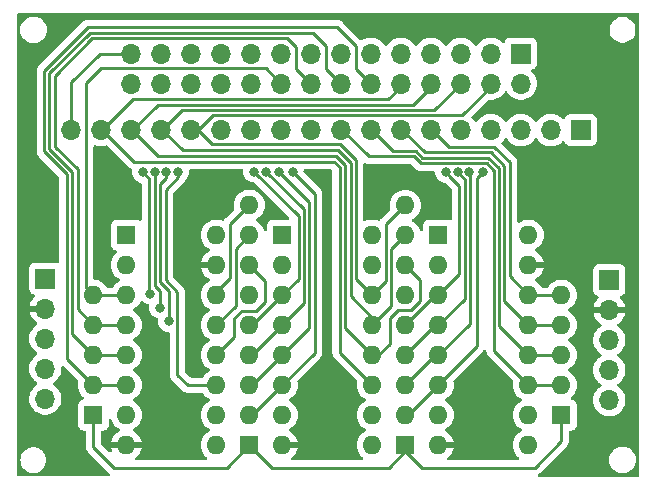
<source format=gbr>
%TF.GenerationSoftware,KiCad,Pcbnew,7.0.1*%
%TF.CreationDate,2023-05-21T17:17:07+09:00*%
%TF.ProjectId,joystick_74hc165_input,6a6f7973-7469-4636-9b5f-373468633136,4*%
%TF.SameCoordinates,Original*%
%TF.FileFunction,Copper,L2,Bot*%
%TF.FilePolarity,Positive*%
%FSLAX46Y46*%
G04 Gerber Fmt 4.6, Leading zero omitted, Abs format (unit mm)*
G04 Created by KiCad (PCBNEW 7.0.1) date 2023-05-21 17:17:07*
%MOMM*%
%LPD*%
G01*
G04 APERTURE LIST*
%TA.AperFunction,ComponentPad*%
%ADD10R,1.700000X1.700000*%
%TD*%
%TA.AperFunction,ComponentPad*%
%ADD11O,1.700000X1.700000*%
%TD*%
%TA.AperFunction,ComponentPad*%
%ADD12R,1.600000X1.600000*%
%TD*%
%TA.AperFunction,ComponentPad*%
%ADD13O,1.600000X1.600000*%
%TD*%
%TA.AperFunction,ViaPad*%
%ADD14C,0.800000*%
%TD*%
%TA.AperFunction,Conductor*%
%ADD15C,0.250000*%
%TD*%
G04 APERTURE END LIST*
D10*
%TO.P,J2,1,Pin_1*%
%TO.N,/C_SHORT*%
X172694600Y-88315800D03*
D11*
%TO.P,J2,2,Pin_2*%
X172694600Y-90855800D03*
%TO.P,J2,3,Pin_3*%
%TO.N,/C_P1_UP*%
X170154600Y-88315800D03*
%TO.P,J2,4,Pin_4*%
%TO.N,/C_P2_UP*%
X170154600Y-90855800D03*
%TO.P,J2,5,Pin_5*%
%TO.N,/C_P1_DOWN*%
X167614600Y-88315800D03*
%TO.P,J2,6,Pin_6*%
%TO.N,/C_P2_DOWN*%
X167614600Y-90855800D03*
%TO.P,J2,7,Pin_7*%
%TO.N,/C_P1_LEFT*%
X165074600Y-88315800D03*
%TO.P,J2,8,Pin_8*%
%TO.N,/C_P2_LEFT*%
X165074600Y-90855800D03*
%TO.P,J2,9,Pin_9*%
%TO.N,/C_P1_RIGHT*%
X162534600Y-88315800D03*
%TO.P,J2,10,Pin_10*%
%TO.N,/C_P2_RIGHT*%
X162534600Y-90855800D03*
%TO.P,J2,11,Pin_11*%
%TO.N,/C_P1_START*%
X159994600Y-88315800D03*
%TO.P,J2,12,Pin_12*%
%TO.N,/C_P2_START*%
X159994600Y-90855800D03*
%TO.P,J2,13,Pin_13*%
%TO.N,/C_P1_SELECT*%
X157454600Y-88315800D03*
%TO.P,J2,14,Pin_14*%
%TO.N,/C_P2_SELECT*%
X157454600Y-90855800D03*
%TO.P,J2,15,Pin_15*%
%TO.N,/C_P1_A*%
X154914600Y-88315800D03*
%TO.P,J2,16,Pin_16*%
%TO.N,/C_P2_A*%
X154914600Y-90855800D03*
%TO.P,J2,17,Pin_17*%
%TO.N,/C_P1_B*%
X152374600Y-88315800D03*
%TO.P,J2,18,Pin_18*%
%TO.N,/C_P2_B*%
X152374600Y-90855800D03*
%TO.P,J2,19,Pin_19*%
%TO.N,/C_P1_X*%
X149834600Y-88315800D03*
%TO.P,J2,20,Pin_20*%
%TO.N,/C_P2_X*%
X149834600Y-90855800D03*
%TO.P,J2,21,Pin_21*%
%TO.N,/C_P1_Y*%
X147294600Y-88315800D03*
%TO.P,J2,22,Pin_22*%
%TO.N,/C_P2_Y*%
X147294600Y-90855800D03*
%TO.P,J2,23,Pin_23*%
%TO.N,/C_P1_L*%
X144754600Y-88315800D03*
%TO.P,J2,24,Pin_24*%
%TO.N,/C_P2_L*%
X144754600Y-90855800D03*
%TO.P,J2,25,Pin_25*%
%TO.N,/C_P1_R*%
X142214600Y-88315800D03*
%TO.P,J2,26,Pin_26*%
%TO.N,/C_P2_R*%
X142214600Y-90855800D03*
%TO.P,J2,27,Pin_27*%
%TO.N,/C_SHORT*%
X139674600Y-88315800D03*
%TO.P,J2,28,Pin_28*%
X139674600Y-90855800D03*
%TD*%
D10*
%TO.P,IN1,1,Pin_1*%
%TO.N,VCC*%
X132435600Y-107365800D03*
D11*
%TO.P,IN1,2,Pin_2*%
%TO.N,GND*%
X132435600Y-109905800D03*
%TO.P,IN1,3,Pin_3*%
%TO.N,/LOAD*%
X132435600Y-112445800D03*
%TO.P,IN1,4,Pin_4*%
%TO.N,/CLK*%
X132435600Y-114985800D03*
%TO.P,IN1,5,Pin_5*%
%TO.N,/D_IN*%
X132435600Y-117525800D03*
%TD*%
D10*
%TO.P,J1,1,Pin_1*%
%TO.N,/C_SHORT*%
X177774600Y-94792800D03*
D11*
%TO.P,J1,2,Pin_2*%
%TO.N,/C_P1_UP*%
X175234600Y-94792800D03*
%TO.P,J1,3,Pin_3*%
%TO.N,/C_P1_DOWN*%
X172694600Y-94792800D03*
%TO.P,J1,4,Pin_4*%
%TO.N,/C_P1_LEFT*%
X170154600Y-94792800D03*
%TO.P,J1,5,Pin_5*%
%TO.N,/C_P1_RIGHT*%
X167614600Y-94792800D03*
%TO.P,J1,6,Pin_6*%
%TO.N,/C_P1_START*%
X165074600Y-94792800D03*
%TO.P,J1,7,Pin_7*%
%TO.N,/C_P1_SELECT*%
X162534600Y-94792800D03*
%TO.P,J1,8,Pin_8*%
%TO.N,/C_P1_A*%
X159994600Y-94792800D03*
%TO.P,J1,9,Pin_9*%
%TO.N,/C_P1_B*%
X157454600Y-94792800D03*
%TO.P,J1,10,Pin_10*%
%TO.N,/C_P1_X*%
X154914600Y-94792800D03*
%TO.P,J1,11,Pin_11*%
%TO.N,/C_P1_Y*%
X152374600Y-94792800D03*
%TO.P,J1,12,Pin_12*%
%TO.N,/C_P1_L*%
X149834600Y-94792800D03*
%TO.P,J1,13,Pin_13*%
%TO.N,/C_P1_R*%
X147294600Y-94792800D03*
%TO.P,J1,14,Pin_14*%
%TO.N,/C_P2_UP*%
X144754600Y-94792800D03*
%TO.P,J1,15,Pin_15*%
%TO.N,/C_P2_DOWN*%
X142214600Y-94792800D03*
%TO.P,J1,16,Pin_16*%
%TO.N,/C_P2_LEFT*%
X139674600Y-94792800D03*
%TO.P,J1,17,Pin_17*%
%TO.N,/C_P2_RIGHT*%
X137134600Y-94792800D03*
%TO.P,J1,18,Pin_18*%
%TO.N,/C_SHORT*%
X134594600Y-94792800D03*
%TD*%
D12*
%TO.P,74HC165_1,1,~{PL}*%
%TO.N,/LOAD*%
X165709600Y-103682800D03*
D13*
%TO.P,74HC165_1,2,CP*%
%TO.N,/CLK*%
X165709600Y-106222800D03*
%TO.P,74HC165_1,3,D4*%
%TO.N,/C_P1_RIGHT*%
X165709600Y-108762800D03*
%TO.P,74HC165_1,4,D5*%
%TO.N,/C_P1_LEFT*%
X165709600Y-111302800D03*
%TO.P,74HC165_1,5,D6*%
%TO.N,/C_P1_DOWN*%
X165709600Y-113842800D03*
%TO.P,74HC165_1,6,D7*%
%TO.N,/C_P1_UP*%
X165709600Y-116382800D03*
%TO.P,74HC165_1,7,~{Q7}*%
%TO.N,unconnected-(74HC165_1-Pad7)*%
X165709600Y-118922800D03*
%TO.P,74HC165_1,8,GND*%
%TO.N,GND*%
X165709600Y-121462800D03*
%TO.P,74HC165_1,9,Q7*%
%TO.N,/D_OUT*%
X173329600Y-121462800D03*
%TO.P,74HC165_1,10,DS*%
%TO.N,/D_OUT_2*%
X173329600Y-118922800D03*
%TO.P,74HC165_1,11,D0*%
%TO.N,/C_P1_B*%
X173329600Y-116382800D03*
%TO.P,74HC165_1,12,D1*%
%TO.N,/C_P1_A*%
X173329600Y-113842800D03*
%TO.P,74HC165_1,13,D2*%
%TO.N,/C_P1_SELECT*%
X173329600Y-111302800D03*
%TO.P,74HC165_1,14,D3*%
%TO.N,/C_P1_START*%
X173329600Y-108762800D03*
%TO.P,74HC165_1,15,~{CE}*%
%TO.N,GND*%
X173329600Y-106222800D03*
%TO.P,74HC165_1,16,VCC*%
%TO.N,VCC*%
X173329600Y-103682800D03*
%TD*%
D12*
%TO.P,74HC165_2,1,~{PL}*%
%TO.N,/LOAD*%
X152501600Y-103682800D03*
D13*
%TO.P,74HC165_2,2,CP*%
%TO.N,/CLK*%
X152501600Y-106222800D03*
%TO.P,74HC165_2,3,D4*%
%TO.N,/C_P1_R*%
X152501600Y-108762800D03*
%TO.P,74HC165_2,4,D5*%
%TO.N,/C_P1_L*%
X152501600Y-111302800D03*
%TO.P,74HC165_2,5,D6*%
%TO.N,/C_P1_Y*%
X152501600Y-113842800D03*
%TO.P,74HC165_2,6,D7*%
%TO.N,/C_P1_X*%
X152501600Y-116382800D03*
%TO.P,74HC165_2,7,~{Q7}*%
%TO.N,unconnected-(74HC165_2-Pad7)*%
X152501600Y-118922800D03*
%TO.P,74HC165_2,8,GND*%
%TO.N,GND*%
X152501600Y-121462800D03*
%TO.P,74HC165_2,9,Q7*%
%TO.N,/D_OUT_2*%
X160121600Y-121462800D03*
%TO.P,74HC165_2,10,DS*%
%TO.N,/D_OUT_3*%
X160121600Y-118922800D03*
%TO.P,74HC165_2,11,D0*%
%TO.N,/C_P2_RIGHT*%
X160121600Y-116382800D03*
%TO.P,74HC165_2,12,D1*%
%TO.N,/C_P2_LEFT*%
X160121600Y-113842800D03*
%TO.P,74HC165_2,13,D2*%
%TO.N,/C_P2_DOWN*%
X160121600Y-111302800D03*
%TO.P,74HC165_2,14,D3*%
%TO.N,/C_P2_UP*%
X160121600Y-108762800D03*
%TO.P,74HC165_2,15,~{CE}*%
%TO.N,GND*%
X160121600Y-106222800D03*
%TO.P,74HC165_2,16,VCC*%
%TO.N,VCC*%
X160121600Y-103682800D03*
%TD*%
D12*
%TO.P,RN1,1,common*%
%TO.N,/PULL*%
X176123600Y-118922800D03*
D13*
%TO.P,RN1,2,R1*%
%TO.N,/C_P1_B*%
X176123600Y-116382800D03*
%TO.P,RN1,3,R2*%
%TO.N,/C_P1_A*%
X176123600Y-113842800D03*
%TO.P,RN1,4,R3*%
%TO.N,/C_P1_SELECT*%
X176123600Y-111302800D03*
%TO.P,RN1,5,R4*%
%TO.N,/C_P1_START*%
X176123600Y-108762800D03*
%TD*%
D12*
%TO.P,RN4,1,common*%
%TO.N,/PULL*%
X136499600Y-118922800D03*
D13*
%TO.P,RN4,2,R1*%
%TO.N,/C_P2_START*%
X136499600Y-116382800D03*
%TO.P,RN4,3,R2*%
%TO.N,/C_P2_SELECT*%
X136499600Y-113842800D03*
%TO.P,RN4,4,R3*%
%TO.N,/C_P2_A*%
X136499600Y-111302800D03*
%TO.P,RN4,5,R4*%
%TO.N,/C_P2_B*%
X136499600Y-108762800D03*
%TD*%
D12*
%TO.P,RN2,1,common*%
%TO.N,/PULL*%
X162915600Y-121477800D03*
D13*
%TO.P,RN2,2,R1*%
%TO.N,/C_P1_UP*%
X162915600Y-118937800D03*
%TO.P,RN2,3,R2*%
%TO.N,/C_P1_DOWN*%
X162915600Y-116397800D03*
%TO.P,RN2,4,R3*%
%TO.N,/C_P1_LEFT*%
X162915600Y-113857800D03*
%TO.P,RN2,5,R4*%
%TO.N,/C_P1_RIGHT*%
X162915600Y-111317800D03*
%TO.P,RN2,6,R5*%
%TO.N,/C_P2_RIGHT*%
X162915600Y-108777800D03*
%TO.P,RN2,7,R6*%
%TO.N,/C_P2_LEFT*%
X162915600Y-106237800D03*
%TO.P,RN2,8,R7*%
%TO.N,/C_P2_DOWN*%
X162915600Y-103697800D03*
%TO.P,RN2,9,R8*%
%TO.N,/C_P2_UP*%
X162915600Y-101157800D03*
%TD*%
D12*
%TO.P,74HC165_3,1,~{PL}*%
%TO.N,/LOAD*%
X139293600Y-103682800D03*
D13*
%TO.P,74HC165_3,2,CP*%
%TO.N,/CLK*%
X139293600Y-106222800D03*
%TO.P,74HC165_3,3,D4*%
%TO.N,/C_P2_B*%
X139293600Y-108762800D03*
%TO.P,74HC165_3,4,D5*%
%TO.N,/C_P2_A*%
X139293600Y-111302800D03*
%TO.P,74HC165_3,5,D6*%
%TO.N,/C_P2_SELECT*%
X139293600Y-113842800D03*
%TO.P,74HC165_3,6,D7*%
%TO.N,/C_P2_START*%
X139293600Y-116382800D03*
%TO.P,74HC165_3,7,~{Q7}*%
%TO.N,unconnected-(74HC165_3-Pad7)*%
X139293600Y-118922800D03*
%TO.P,74HC165_3,8,GND*%
%TO.N,GND*%
X139293600Y-121462800D03*
%TO.P,74HC165_3,9,Q7*%
%TO.N,/D_OUT_3*%
X146913600Y-121462800D03*
%TO.P,74HC165_3,10,DS*%
%TO.N,/D_IN*%
X146913600Y-118922800D03*
%TO.P,74HC165_3,11,D0*%
%TO.N,/C_P2_R*%
X146913600Y-116382800D03*
%TO.P,74HC165_3,12,D1*%
%TO.N,/C_P2_L*%
X146913600Y-113842800D03*
%TO.P,74HC165_3,13,D2*%
%TO.N,/C_P2_Y*%
X146913600Y-111302800D03*
%TO.P,74HC165_3,14,D3*%
%TO.N,/C_P2_X*%
X146913600Y-108762800D03*
%TO.P,74HC165_3,15,~{CE}*%
%TO.N,GND*%
X146913600Y-106222800D03*
%TO.P,74HC165_3,16,VCC*%
%TO.N,VCC*%
X146913600Y-103682800D03*
%TD*%
D12*
%TO.P,RN3,1,common*%
%TO.N,/PULL*%
X149707600Y-121462800D03*
D13*
%TO.P,RN3,2,R1*%
%TO.N,/C_P1_X*%
X149707600Y-118922800D03*
%TO.P,RN3,3,R2*%
%TO.N,/C_P1_Y*%
X149707600Y-116382800D03*
%TO.P,RN3,4,R3*%
%TO.N,/C_P1_L*%
X149707600Y-113842800D03*
%TO.P,RN3,5,R4*%
%TO.N,/C_P1_R*%
X149707600Y-111302800D03*
%TO.P,RN3,6,R5*%
%TO.N,/C_P2_R*%
X149707600Y-108762800D03*
%TO.P,RN3,7,R6*%
%TO.N,/C_P2_L*%
X149707600Y-106222800D03*
%TO.P,RN3,8,R7*%
%TO.N,/C_P2_Y*%
X149707600Y-103682800D03*
%TO.P,RN3,9,R8*%
%TO.N,/C_P2_X*%
X149707600Y-101142800D03*
%TD*%
D10*
%TO.P,OUT1,1,Pin_1*%
%TO.N,VCC*%
X180187600Y-107492800D03*
D11*
%TO.P,OUT1,2,Pin_2*%
%TO.N,GND*%
X180187600Y-110032800D03*
%TO.P,OUT1,3,Pin_3*%
%TO.N,/LOAD*%
X180187600Y-112572800D03*
%TO.P,OUT1,4,Pin_4*%
%TO.N,/CLK*%
X180187600Y-115112800D03*
%TO.P,OUT1,5,Pin_5*%
%TO.N,/D_OUT*%
X180187600Y-117652800D03*
%TD*%
D14*
%TO.N,GND*%
X178257200Y-90728800D03*
X144475200Y-106222800D03*
X179374800Y-90728800D03*
X156311600Y-116230400D03*
X137922000Y-98704400D03*
X156311600Y-106349800D03*
X156311600Y-103047800D03*
X140004800Y-101650800D03*
X165582600Y-101269800D03*
X144500600Y-103301800D03*
X178308000Y-89662000D03*
X179374800Y-89712800D03*
X145034000Y-114909600D03*
X142036800Y-115417600D03*
X169570400Y-116281200D03*
%TO.N,/C_P1_UP*%
X169482153Y-98348298D03*
%TO.N,/C_P1_DOWN*%
X168341296Y-98348298D03*
%TO.N,/C_P1_LEFT*%
X167335911Y-98348298D03*
%TO.N,/C_P1_RIGHT*%
X166336408Y-98348298D03*
%TO.N,/C_P1_X*%
X153390600Y-98348800D03*
%TO.N,/C_P1_Y*%
X152247600Y-98348780D03*
%TO.N,/C_P1_L*%
X151146169Y-98317567D03*
%TO.N,/C_P1_R*%
X150105666Y-98302383D03*
%TO.N,/C_P2_X*%
X141325600Y-108635800D03*
X140690600Y-98348800D03*
%TO.N,/C_P2_Y*%
X142138400Y-109829600D03*
X141694983Y-98347648D03*
%TO.N,/C_P2_L*%
X142900400Y-110998000D03*
X142694485Y-98348806D03*
%TO.N,/C_P2_R*%
X143693987Y-98348800D03*
%TD*%
D15*
%TO.N,/PULL*%
X136499600Y-121589800D02*
X138277600Y-123367800D01*
X147802600Y-123367800D02*
X149707600Y-121462800D01*
X173863000Y-123367800D02*
X176123600Y-121107200D01*
X136499600Y-118922800D02*
X136499600Y-121589800D01*
X151612600Y-123367800D02*
X161518600Y-123367800D01*
X149707600Y-121462800D02*
X151612600Y-123367800D01*
X161518600Y-123367800D02*
X162915600Y-121970800D01*
X176123600Y-121107200D02*
X176123600Y-118922800D01*
X138277600Y-123367800D02*
X147802600Y-123367800D01*
X164312600Y-123367800D02*
X173863000Y-123367800D01*
X162915600Y-121970800D02*
X164312600Y-123367800D01*
%TO.N,/C_P1_START*%
X170455567Y-96236767D02*
X166645567Y-96236767D01*
X166645567Y-96236767D02*
X165201600Y-94792800D01*
X171757160Y-107190360D02*
X171757160Y-97538360D01*
X173329600Y-108762800D02*
X171757160Y-107190360D01*
X173329600Y-108762800D02*
X176123600Y-108762800D01*
X171757160Y-97538360D02*
X170455567Y-96236767D01*
%TO.N,/C_P1_SELECT*%
X164555578Y-96686778D02*
X170142115Y-96686778D01*
X170142115Y-96686778D02*
X171307640Y-97852303D01*
X173329600Y-111302800D02*
X176123600Y-111302800D01*
X171307640Y-97852303D02*
X171307640Y-109280840D01*
X171307640Y-109280840D02*
X173329600Y-111302800D01*
X162661600Y-94792800D02*
X164555578Y-96686778D01*
%TO.N,/C_P1_A*%
X163797678Y-96565289D02*
X164369178Y-97136789D01*
X173329600Y-113842800D02*
X176123600Y-113842800D01*
X164369178Y-97136789D02*
X169955715Y-97136789D01*
X161894089Y-96565289D02*
X163797678Y-96565289D01*
X160121600Y-94792800D02*
X161894089Y-96565289D01*
X169955715Y-97136789D02*
X170858120Y-98039194D01*
X170858120Y-111371320D02*
X173329600Y-113842800D01*
X170858120Y-98039194D02*
X170858120Y-111371320D01*
%TO.N,/C_P1_B*%
X173329600Y-116382800D02*
X176123600Y-116382800D01*
X170408600Y-98226085D02*
X170408600Y-113461800D01*
X157581600Y-94792800D02*
X159804100Y-97015300D01*
X159804100Y-97015300D02*
X163611278Y-97015300D01*
X170408600Y-113461800D02*
X173329600Y-116382800D01*
X163611278Y-97015300D02*
X164219776Y-97623798D01*
X169806313Y-97623798D02*
X170408600Y-98226085D01*
X164219776Y-97623798D02*
X169806313Y-97623798D01*
%TO.N,/C_P1_UP*%
X163154600Y-118937800D02*
X165709600Y-116382800D01*
X169011600Y-98818851D02*
X169011600Y-113080800D01*
X169011600Y-113080800D02*
X165709600Y-116382800D01*
X169482153Y-98348298D02*
X169011600Y-98818851D01*
X162915600Y-118937800D02*
X163154600Y-118937800D01*
%TO.N,/C_P1_DOWN*%
X168376600Y-111175800D02*
X165709600Y-113842800D01*
X165470600Y-113842800D02*
X165709600Y-113842800D01*
X168376600Y-98383602D02*
X168376600Y-111175800D01*
X168341296Y-98348298D02*
X168376600Y-98383602D01*
X162915600Y-116397800D02*
X165470600Y-113842800D01*
%TO.N,/C_P1_LEFT*%
X167616785Y-98629172D02*
X167616785Y-98648401D01*
X167927080Y-98958696D02*
X167927080Y-109085320D01*
X167927080Y-109085320D02*
X165709600Y-111302800D01*
X165470600Y-111302800D02*
X165709600Y-111302800D01*
X167335911Y-98348298D02*
X167616785Y-98629172D01*
X167616785Y-98648401D02*
X167927080Y-98958696D01*
X162915600Y-113857800D02*
X165470600Y-111302800D01*
%TO.N,/C_P1_RIGHT*%
X166336408Y-98348298D02*
X166611400Y-98623290D01*
X167477560Y-106994840D02*
X165709600Y-108762800D01*
X165470600Y-108762800D02*
X165709600Y-108762800D01*
X162915600Y-111317800D02*
X165470600Y-108762800D01*
X167477560Y-99514561D02*
X167477560Y-106994840D01*
X166611400Y-98648401D02*
X167477560Y-99514561D01*
X166611400Y-98623290D02*
X166611400Y-98648401D01*
%TO.N,/C_P1_X*%
X149898100Y-118922800D02*
X152438100Y-116382800D01*
X152438100Y-116382800D02*
X152501600Y-116382800D01*
X155247160Y-113637240D02*
X152501600Y-116382800D01*
X149707600Y-118922800D02*
X149898100Y-118922800D01*
X153390600Y-98348800D02*
X155247160Y-100205360D01*
X155247160Y-100205360D02*
X155247160Y-113637240D01*
%TO.N,/C_P1_Y*%
X152501600Y-113842800D02*
X149961600Y-116382800D01*
X154797640Y-111546760D02*
X154797640Y-100898820D01*
X154797640Y-100898820D02*
X152247600Y-98348780D01*
X149961600Y-116382800D02*
X149707600Y-116382800D01*
X152501600Y-113842800D02*
X154797640Y-111546760D01*
%TO.N,/C_P1_L*%
X152501600Y-111302800D02*
X154348120Y-109456280D01*
X154348120Y-101519518D02*
X151146169Y-98317567D01*
X149961600Y-113842800D02*
X149707600Y-113842800D01*
X154348120Y-109456280D02*
X154348120Y-101519518D01*
X152501600Y-111302800D02*
X149961600Y-113842800D01*
%TO.N,/C_P1_R*%
X152501600Y-108762800D02*
X153898600Y-107365800D01*
X153898600Y-102095316D02*
X150105666Y-98302383D01*
X153898600Y-107365800D02*
X153898600Y-102095316D01*
X149961600Y-111302800D02*
X149707600Y-111302800D01*
X152501600Y-108762800D02*
X149961600Y-111302800D01*
%TO.N,/C_P2_START*%
X157161100Y-86093300D02*
X136055098Y-86093300D01*
X136499600Y-116382800D02*
X139293600Y-116382800D01*
X158724600Y-87656800D02*
X157161100Y-86093300D01*
X132334000Y-89814398D02*
X132334000Y-96570800D01*
X136055098Y-86093300D02*
X132334000Y-89814398D01*
X159994600Y-90855800D02*
X158724600Y-89585800D01*
X134264400Y-98501200D02*
X134264400Y-114147600D01*
X132334000Y-96570800D02*
X134264400Y-98501200D01*
X158724600Y-89585800D02*
X158724600Y-87656800D01*
X134264400Y-114147600D02*
X136499600Y-116382800D01*
%TO.N,/C_P2_SELECT*%
X134713920Y-112057120D02*
X136499600Y-113842800D01*
X136499600Y-113842800D02*
X139293600Y-113842800D01*
X155091112Y-86543311D02*
X136241498Y-86543311D01*
X157454600Y-90855800D02*
X156184600Y-89585800D01*
X134713920Y-98315003D02*
X134713920Y-112057120D01*
X136241498Y-86543311D02*
X132783520Y-90001289D01*
X156184600Y-89585800D02*
X156184600Y-87636799D01*
X132783520Y-90001289D02*
X132783520Y-96384602D01*
X132783520Y-96384602D02*
X134713920Y-98315003D01*
X156184600Y-87636799D02*
X155091112Y-86543311D01*
%TO.N,/C_P2_A*%
X135163440Y-109966640D02*
X136499600Y-111302800D01*
X136499600Y-111302800D02*
X139293600Y-111302800D01*
X154914600Y-90855800D02*
X153644600Y-89585800D01*
X152874123Y-86993322D02*
X136427898Y-86993322D01*
X136427898Y-86993322D02*
X133233040Y-90188180D01*
X135163440Y-98128806D02*
X135163440Y-109966640D01*
X133233040Y-90188180D02*
X133233040Y-96198404D01*
X153644600Y-89585800D02*
X153644600Y-87763799D01*
X133233040Y-96198404D02*
X135163440Y-98128806D01*
X153644600Y-87763799D02*
X152874123Y-86993322D01*
%TO.N,/C_P2_B*%
X137109200Y-89560400D02*
X135881133Y-90788467D01*
X152374600Y-90855800D02*
X151079200Y-89560400D01*
X136499600Y-108762800D02*
X139293600Y-108762800D01*
X135881133Y-90788467D02*
X135881133Y-108144333D01*
X135881133Y-108144333D02*
X136499600Y-108762800D01*
X151079200Y-89560400D02*
X137109200Y-89560400D01*
%TO.N,/C_P2_UP*%
X161290000Y-102783400D02*
X162915600Y-101157800D01*
X167725067Y-93539333D02*
X146634310Y-93539333D01*
X146634310Y-93539333D02*
X145380843Y-94792800D01*
X160121600Y-108762800D02*
X161290000Y-107594400D01*
X161290000Y-107594400D02*
X161290000Y-102783400D01*
X170154600Y-91109800D02*
X167725067Y-93539333D01*
X157359601Y-95967801D02*
X158724600Y-97332800D01*
X158724600Y-107365800D02*
X160121600Y-108762800D01*
X158724600Y-97332800D02*
X158724600Y-107365800D01*
X146555844Y-95967801D02*
X157359601Y-95967801D01*
X145380843Y-94792800D02*
X146555844Y-95967801D01*
%TO.N,/C_P2_DOWN*%
X158275080Y-97585462D02*
X157196918Y-96507300D01*
X160121600Y-111302800D02*
X161739520Y-109684880D01*
X160121600Y-111302800D02*
X160121600Y-110669210D01*
X161739520Y-109684880D02*
X161739520Y-104873880D01*
X157196918Y-96507300D02*
X144056100Y-96507300D01*
X160121600Y-110669210D02*
X158275080Y-108822690D01*
X144045078Y-93089322D02*
X165381078Y-93089322D01*
X158275080Y-108822690D02*
X158275080Y-97585462D01*
X144056100Y-96507300D02*
X142341600Y-94792800D01*
X161739520Y-104873880D02*
X162915600Y-103697800D01*
X165381078Y-93089322D02*
X167614600Y-90855800D01*
X142341600Y-94792800D02*
X144045078Y-93089322D01*
%TO.N,/C_P2_LEFT*%
X157010517Y-96957311D02*
X141966111Y-96957311D01*
X161594800Y-110744000D02*
X161594800Y-112877600D01*
X157825560Y-97772354D02*
X157010517Y-96957311D01*
X163545089Y-92639311D02*
X165074600Y-91109800D01*
X160629600Y-113842800D02*
X160121600Y-113842800D01*
X157825560Y-111546760D02*
X157825560Y-97772354D01*
X160121600Y-113842800D02*
X157825560Y-111546760D01*
X162306000Y-110032800D02*
X161594800Y-110744000D01*
X141955089Y-92639311D02*
X163545089Y-92639311D01*
X139801600Y-94792800D02*
X141955089Y-92639311D01*
X163423600Y-110032800D02*
X162306000Y-110032800D01*
X164185600Y-107507800D02*
X164185600Y-109270800D01*
X161594800Y-112877600D02*
X160629600Y-113842800D01*
X141966111Y-96957311D02*
X139801600Y-94792800D01*
X164185600Y-109270800D02*
X163423600Y-110032800D01*
X162915600Y-106237800D02*
X164185600Y-107507800D01*
%TO.N,/C_P2_RIGHT*%
X156876594Y-97459800D02*
X139928600Y-97459800D01*
X137261600Y-94792800D02*
X139865100Y-92189300D01*
X139865100Y-92189300D02*
X161455100Y-92189300D01*
X157376040Y-113637240D02*
X157376040Y-97959246D01*
X160121600Y-116382800D02*
X157376040Y-113637240D01*
X161455100Y-92189300D02*
X162534600Y-91109800D01*
X157376040Y-97959246D02*
X156876594Y-97459800D01*
X139928600Y-97459800D02*
X137261600Y-94792800D01*
%TO.N,/C_P2_X*%
X140690600Y-98367879D02*
X140690600Y-98348800D01*
X148082000Y-102768400D02*
X148082000Y-107340400D01*
X149707600Y-101142800D02*
X148082000Y-102768400D01*
X148082000Y-107340400D02*
X146913600Y-108508800D01*
X141224000Y-98901279D02*
X140690600Y-98367879D01*
X141224000Y-108534200D02*
X141224000Y-98901279D01*
X146913600Y-108508800D02*
X146913600Y-108762800D01*
X141325600Y-108635800D02*
X141224000Y-108534200D01*
%TO.N,/C_P2_Y*%
X148539200Y-104851200D02*
X148539200Y-109677200D01*
X141724320Y-98376985D02*
X141694983Y-98347648D01*
X142138400Y-109829600D02*
X142138400Y-108423986D01*
X141724320Y-108009906D02*
X141724320Y-98376985D01*
X149707600Y-103682800D02*
X148539200Y-104851200D01*
X148539200Y-109677200D02*
X146913600Y-111302800D01*
X142138400Y-108423986D02*
X141724320Y-108009906D01*
%TO.N,/C_P2_L*%
X142694485Y-98863508D02*
X142694485Y-98348806D01*
X149098000Y-110083600D02*
X150266400Y-110083600D01*
X151028400Y-109321600D02*
X151028400Y-107543600D01*
X142173840Y-107696707D02*
X142173840Y-99384153D01*
X151028400Y-107543600D02*
X149707600Y-106222800D01*
X142900400Y-110998000D02*
X142900400Y-108423267D01*
X148437600Y-110744000D02*
X149098000Y-110083600D01*
X148437600Y-112318800D02*
X148437600Y-110744000D01*
X142900400Y-108423267D02*
X142173840Y-107696707D01*
X146913600Y-113842800D02*
X148437600Y-112318800D01*
X142173840Y-99384153D02*
X142694485Y-98863508D01*
X150266400Y-110083600D02*
X151028400Y-109321600D01*
%TO.N,/C_P2_R*%
X144475200Y-116382800D02*
X146913600Y-116382800D01*
X143693987Y-98774413D02*
X142623360Y-99845040D01*
X142623360Y-99845040D02*
X142623360Y-107510509D01*
X143693987Y-98348800D02*
X143693987Y-98774413D01*
X142623360Y-107510509D02*
X143624911Y-108512060D01*
X143624911Y-108512060D02*
X143624911Y-115532511D01*
X143624911Y-115532511D02*
X144475200Y-116382800D01*
%TO.N,/C_SHORT*%
X137033000Y-88315800D02*
X139674600Y-88315800D01*
X134594600Y-90754200D02*
X137033000Y-88315800D01*
X134594600Y-94792800D02*
X134594600Y-90754200D01*
%TD*%
%TA.AperFunction,Conductor*%
%TO.N,GND*%
G36*
X182664600Y-84903681D02*
G01*
X182710719Y-84949800D01*
X182727600Y-85012800D01*
X182727600Y-124029078D01*
X182710699Y-124092113D01*
X182664530Y-124138238D01*
X182601478Y-124155078D01*
X174255921Y-124147030D01*
X174195257Y-124131398D01*
X174149619Y-124088484D01*
X174130289Y-124028895D01*
X174142044Y-123967362D01*
X174181980Y-123919096D01*
X174206382Y-123901366D01*
X174216303Y-123894848D01*
X174254362Y-123872342D01*
X174268691Y-123858012D01*
X174283719Y-123845177D01*
X174300107Y-123833272D01*
X174328303Y-123799186D01*
X174336272Y-123790430D01*
X175413434Y-122713268D01*
X180177620Y-122713268D01*
X180196819Y-122920458D01*
X180253763Y-123120596D01*
X180346514Y-123306865D01*
X180471907Y-123472912D01*
X180471909Y-123472914D01*
X180625682Y-123613096D01*
X180802595Y-123722636D01*
X180996623Y-123797803D01*
X181201160Y-123836038D01*
X181409238Y-123836038D01*
X181409240Y-123836038D01*
X181613777Y-123797803D01*
X181807805Y-123722636D01*
X181984718Y-123613096D01*
X182138491Y-123472914D01*
X182263887Y-123306863D01*
X182356636Y-123120598D01*
X182413580Y-122920461D01*
X182432779Y-122713269D01*
X182413580Y-122506077D01*
X182356636Y-122305940D01*
X182263887Y-122119675D01*
X182263602Y-122119298D01*
X182138492Y-121953625D01*
X182114287Y-121931559D01*
X181984718Y-121813442D01*
X181847526Y-121728496D01*
X181807806Y-121703902D01*
X181613777Y-121628735D01*
X181537354Y-121614449D01*
X181409240Y-121590500D01*
X181201160Y-121590500D01*
X181073046Y-121614449D01*
X180996622Y-121628735D01*
X180802593Y-121703902D01*
X180625683Y-121813441D01*
X180471907Y-121953625D01*
X180346514Y-122119672D01*
X180253763Y-122305941D01*
X180196819Y-122506079D01*
X180177620Y-122713268D01*
X175413434Y-122713268D01*
X176512258Y-121614444D01*
X176528579Y-121601370D01*
X176530614Y-121599202D01*
X176530618Y-121599200D01*
X176577277Y-121549511D01*
X176579968Y-121546734D01*
X176599734Y-121526970D01*
X176602205Y-121523783D01*
X176609912Y-121514759D01*
X176640186Y-121482521D01*
X176649943Y-121464770D01*
X176660799Y-121448243D01*
X176673213Y-121432241D01*
X176690772Y-121391661D01*
X176695992Y-121381009D01*
X176717294Y-121342261D01*
X176717295Y-121342260D01*
X176722332Y-121322639D01*
X176728738Y-121303930D01*
X176736781Y-121285344D01*
X176743696Y-121241681D01*
X176746104Y-121230053D01*
X176757100Y-121187229D01*
X176757100Y-121166976D01*
X176758651Y-121147266D01*
X176761820Y-121127257D01*
X176757659Y-121083239D01*
X176757100Y-121071381D01*
X176757100Y-120357300D01*
X176773981Y-120294300D01*
X176820100Y-120248181D01*
X176883100Y-120231300D01*
X176972238Y-120231300D01*
X177032801Y-120224789D01*
X177169804Y-120173689D01*
X177286861Y-120086061D01*
X177374489Y-119969004D01*
X177425589Y-119832001D01*
X177432100Y-119771438D01*
X177432100Y-118074162D01*
X177425589Y-118013599D01*
X177374489Y-117876596D01*
X177374488Y-117876594D01*
X177286861Y-117759538D01*
X177169805Y-117671911D01*
X177118566Y-117652800D01*
X178824444Y-117652800D01*
X178843036Y-117877168D01*
X178843036Y-117877171D01*
X178843037Y-117877172D01*
X178898302Y-118095411D01*
X178988739Y-118301590D01*
X179111878Y-118490068D01*
X179264362Y-118655708D01*
X179442021Y-118793987D01*
X179442024Y-118793989D01*
X179640026Y-118901142D01*
X179852965Y-118974244D01*
X180075031Y-119011300D01*
X180300166Y-119011300D01*
X180300169Y-119011300D01*
X180522235Y-118974244D01*
X180735174Y-118901142D01*
X180933176Y-118793989D01*
X181110840Y-118655706D01*
X181263322Y-118490068D01*
X181386460Y-118301591D01*
X181476896Y-118095416D01*
X181532164Y-117877168D01*
X181550756Y-117652800D01*
X181532164Y-117428432D01*
X181476896Y-117210184D01*
X181386460Y-117004009D01*
X181263322Y-116815532D01*
X181110840Y-116649894D01*
X181110839Y-116649893D01*
X181110837Y-116649891D01*
X180933178Y-116511612D01*
X180899917Y-116493612D01*
X180851646Y-116447295D01*
X180833888Y-116382797D01*
X180851649Y-116318299D01*
X180899917Y-116271987D01*
X180933176Y-116253989D01*
X181110840Y-116115706D01*
X181263322Y-115950068D01*
X181386460Y-115761591D01*
X181476896Y-115555416D01*
X181532164Y-115337168D01*
X181550756Y-115112800D01*
X181532164Y-114888432D01*
X181476896Y-114670184D01*
X181386460Y-114464009D01*
X181263322Y-114275532D01*
X181110840Y-114109894D01*
X181110839Y-114109893D01*
X181110837Y-114109891D01*
X180933178Y-113971612D01*
X180899917Y-113953612D01*
X180851646Y-113907295D01*
X180833888Y-113842797D01*
X180851649Y-113778299D01*
X180899917Y-113731987D01*
X180933176Y-113713989D01*
X181110840Y-113575706D01*
X181263322Y-113410068D01*
X181386460Y-113221591D01*
X181476896Y-113015416D01*
X181532164Y-112797168D01*
X181550756Y-112572800D01*
X181532164Y-112348432D01*
X181476896Y-112130184D01*
X181386460Y-111924009D01*
X181263322Y-111735532D01*
X181110840Y-111569894D01*
X181110839Y-111569893D01*
X181110837Y-111569891D01*
X181004241Y-111486924D01*
X180933176Y-111431611D01*
X180899392Y-111413328D01*
X180851121Y-111367012D01*
X180833362Y-111302515D01*
X180851121Y-111238017D01*
X180899393Y-111191701D01*
X180932900Y-111173568D01*
X181110503Y-111035333D01*
X181262921Y-110869762D01*
X181386019Y-110681348D01*
X181476422Y-110475251D01*
X181524144Y-110286800D01*
X178851055Y-110286800D01*
X178898777Y-110475251D01*
X178989180Y-110681348D01*
X179112278Y-110869762D01*
X179264696Y-111035333D01*
X179442302Y-111173569D01*
X179475807Y-111191702D01*
X179524078Y-111238018D01*
X179541837Y-111302515D01*
X179524078Y-111367012D01*
X179475807Y-111413328D01*
X179442023Y-111431611D01*
X179264362Y-111569891D01*
X179111878Y-111735531D01*
X178988739Y-111924009D01*
X178898302Y-112130188D01*
X178853022Y-112308998D01*
X178843036Y-112348432D01*
X178824444Y-112572800D01*
X178843036Y-112797168D01*
X178843036Y-112797171D01*
X178843037Y-112797172D01*
X178898302Y-113015411D01*
X178988739Y-113221590D01*
X179028905Y-113283068D01*
X179111878Y-113410068D01*
X179263682Y-113574970D01*
X179264362Y-113575708D01*
X179322031Y-113620594D01*
X179442024Y-113713989D01*
X179475282Y-113731987D01*
X179523551Y-113778300D01*
X179541311Y-113842797D01*
X179523553Y-113907294D01*
X179475283Y-113953611D01*
X179442023Y-113971610D01*
X179264362Y-114109891D01*
X179111878Y-114275531D01*
X178988739Y-114464009D01*
X178898302Y-114670188D01*
X178844272Y-114883552D01*
X178843036Y-114888432D01*
X178824444Y-115112800D01*
X178843036Y-115337168D01*
X178843036Y-115337171D01*
X178843037Y-115337172D01*
X178898302Y-115555411D01*
X178988739Y-115761590D01*
X179094764Y-115923873D01*
X179111878Y-115950068D01*
X179190976Y-116035991D01*
X179264362Y-116115708D01*
X179333747Y-116169713D01*
X179442024Y-116253989D01*
X179475282Y-116271987D01*
X179523551Y-116318300D01*
X179541311Y-116382797D01*
X179523553Y-116447294D01*
X179475283Y-116493611D01*
X179442023Y-116511610D01*
X179264362Y-116649891D01*
X179111878Y-116815531D01*
X178988739Y-117004009D01*
X178898302Y-117210188D01*
X178843616Y-117426142D01*
X178843036Y-117428432D01*
X178824444Y-117652800D01*
X177118566Y-117652800D01*
X177085621Y-117640512D01*
X177032801Y-117620811D01*
X177023396Y-117619799D01*
X176966573Y-117599090D01*
X176925946Y-117554288D01*
X176910875Y-117495716D01*
X176924833Y-117436869D01*
X176964602Y-117391307D01*
X176967900Y-117388998D01*
X177129798Y-117227100D01*
X177261123Y-117039549D01*
X177357884Y-116832043D01*
X177417143Y-116610887D01*
X177437098Y-116382800D01*
X177417143Y-116154713D01*
X177361006Y-115945208D01*
X177357884Y-115933556D01*
X177261122Y-115726049D01*
X177129795Y-115538496D01*
X176967903Y-115376604D01*
X176780348Y-115245276D01*
X176741143Y-115226995D01*
X176688125Y-115180500D01*
X176668392Y-115112800D01*
X176688125Y-115045100D01*
X176741143Y-114998605D01*
X176768603Y-114985800D01*
X176780349Y-114980323D01*
X176967900Y-114848998D01*
X177129798Y-114687100D01*
X177261123Y-114499549D01*
X177357884Y-114292043D01*
X177417143Y-114070887D01*
X177437098Y-113842800D01*
X177417143Y-113614713D01*
X177361176Y-113405841D01*
X177357884Y-113393556D01*
X177261122Y-113186049D01*
X177129795Y-112998496D01*
X176967903Y-112836604D01*
X176780348Y-112705276D01*
X176741143Y-112686995D01*
X176688125Y-112640500D01*
X176668392Y-112572800D01*
X176688125Y-112505100D01*
X176741143Y-112458605D01*
X176768603Y-112445800D01*
X176780349Y-112440323D01*
X176967900Y-112308998D01*
X177129798Y-112147100D01*
X177261123Y-111959549D01*
X177357884Y-111752043D01*
X177417143Y-111530887D01*
X177437098Y-111302800D01*
X177417143Y-111074713D01*
X177362226Y-110869762D01*
X177357884Y-110853556D01*
X177261122Y-110646049D01*
X177129795Y-110458496D01*
X176967903Y-110296604D01*
X176780348Y-110165276D01*
X176741143Y-110146995D01*
X176688125Y-110100500D01*
X176668392Y-110032800D01*
X176688125Y-109965100D01*
X176741143Y-109918605D01*
X176745763Y-109916450D01*
X176780349Y-109900323D01*
X176967900Y-109768998D01*
X177129798Y-109607100D01*
X177261123Y-109419549D01*
X177357884Y-109212043D01*
X177417143Y-108990887D01*
X177437098Y-108762800D01*
X177417143Y-108534713D01*
X177378753Y-108391438D01*
X178829100Y-108391438D01*
X178835611Y-108452001D01*
X178861160Y-108520502D01*
X178886711Y-108589005D01*
X178974338Y-108706061D01*
X179091394Y-108793688D01*
X179091395Y-108793688D01*
X179091396Y-108793689D01*
X179206914Y-108836775D01*
X179257246Y-108871337D01*
X179285421Y-108925507D01*
X179284819Y-108986563D01*
X179255582Y-109040167D01*
X179112276Y-109195840D01*
X178989180Y-109384251D01*
X178898777Y-109590348D01*
X178851055Y-109778799D01*
X178851056Y-109778800D01*
X181524144Y-109778800D01*
X181524144Y-109778799D01*
X181476422Y-109590348D01*
X181386019Y-109384251D01*
X181262921Y-109195837D01*
X181119618Y-109040167D01*
X181090380Y-108986563D01*
X181089778Y-108925507D01*
X181117953Y-108871337D01*
X181168283Y-108836776D01*
X181283804Y-108793689D01*
X181400861Y-108706061D01*
X181488489Y-108589004D01*
X181539589Y-108452001D01*
X181546100Y-108391438D01*
X181546100Y-106594162D01*
X181539589Y-106533599D01*
X181488489Y-106396596D01*
X181488488Y-106396594D01*
X181400861Y-106279538D01*
X181283805Y-106191911D01*
X181215302Y-106166361D01*
X181146801Y-106140811D01*
X181086238Y-106134300D01*
X179288962Y-106134300D01*
X179228399Y-106140811D01*
X179091394Y-106191911D01*
X178974338Y-106279538D01*
X178886711Y-106396594D01*
X178860391Y-106467162D01*
X178835611Y-106533599D01*
X178829100Y-106594162D01*
X178829100Y-108391438D01*
X177378753Y-108391438D01*
X177367529Y-108349551D01*
X177357884Y-108313556D01*
X177261122Y-108106049D01*
X177129795Y-107918496D01*
X176967903Y-107756604D01*
X176780350Y-107625277D01*
X176572843Y-107528515D01*
X176351687Y-107469257D01*
X176123600Y-107449302D01*
X175895512Y-107469257D01*
X175674356Y-107528515D01*
X175466849Y-107625277D01*
X175279296Y-107756604D01*
X175117404Y-107918496D01*
X175063745Y-107995130D01*
X175007418Y-108075572D01*
X174962387Y-108115063D01*
X174904207Y-108129300D01*
X174548993Y-108129300D01*
X174490813Y-108115063D01*
X174445781Y-108075572D01*
X174335798Y-107918500D01*
X174335797Y-107918499D01*
X174335795Y-107918496D01*
X174173903Y-107756604D01*
X173986348Y-107625276D01*
X173946551Y-107606719D01*
X173893533Y-107560224D01*
X173873800Y-107492524D01*
X173893533Y-107424824D01*
X173946551Y-107378329D01*
X173986097Y-107359888D01*
X174173581Y-107228610D01*
X174335410Y-107066781D01*
X174466687Y-106879298D01*
X174563413Y-106671870D01*
X174615682Y-106476800D01*
X173201600Y-106476800D01*
X173138600Y-106459919D01*
X173092481Y-106413800D01*
X173075600Y-106350800D01*
X173075600Y-106094800D01*
X173092481Y-106031800D01*
X173138600Y-105985681D01*
X173201600Y-105968800D01*
X174615682Y-105968800D01*
X174563413Y-105773729D01*
X174466687Y-105566301D01*
X174335410Y-105378818D01*
X174173581Y-105216989D01*
X173986097Y-105085711D01*
X173946551Y-105067271D01*
X173893533Y-105020776D01*
X173873800Y-104953076D01*
X173893533Y-104885376D01*
X173946551Y-104838881D01*
X173954181Y-104835323D01*
X173986349Y-104820323D01*
X174173900Y-104688998D01*
X174335798Y-104527100D01*
X174467123Y-104339549D01*
X174563884Y-104132043D01*
X174623143Y-103910887D01*
X174643098Y-103682800D01*
X174623143Y-103454713D01*
X174563884Y-103233557D01*
X174563883Y-103233555D01*
X174467122Y-103026049D01*
X174335795Y-102838496D01*
X174173903Y-102676604D01*
X173986350Y-102545277D01*
X173778843Y-102448515D01*
X173557687Y-102389257D01*
X173329600Y-102369302D01*
X173101512Y-102389257D01*
X172880356Y-102448515D01*
X172672850Y-102545277D01*
X172642981Y-102566192D01*
X172588929Y-102604039D01*
X172524901Y-102626556D01*
X172458480Y-102612590D01*
X172408941Y-102566192D01*
X172390660Y-102500826D01*
X172390660Y-97622209D01*
X172392954Y-97601424D01*
X172392773Y-97595670D01*
X172390721Y-97530392D01*
X172390660Y-97526435D01*
X172390660Y-97498508D01*
X172390660Y-97498504D01*
X172390152Y-97494484D01*
X172389221Y-97482655D01*
X172388833Y-97470299D01*
X172387833Y-97438470D01*
X172382180Y-97419016D01*
X172378172Y-97399659D01*
X172375634Y-97379563D01*
X172359357Y-97338452D01*
X172355518Y-97327242D01*
X172343178Y-97284766D01*
X172332860Y-97267321D01*
X172324168Y-97249576D01*
X172316712Y-97230743D01*
X172316711Y-97230741D01*
X172290724Y-97194973D01*
X172284206Y-97185050D01*
X172281874Y-97181107D01*
X172261702Y-97146997D01*
X172247373Y-97132668D01*
X172234536Y-97117637D01*
X172222633Y-97101253D01*
X172188566Y-97073071D01*
X172179786Y-97065081D01*
X171083074Y-95968369D01*
X171050923Y-95913559D01*
X171049610Y-95850028D01*
X171079466Y-95793939D01*
X171230322Y-95630068D01*
X171319118Y-95494154D01*
X171364631Y-95452258D01*
X171424600Y-95437072D01*
X171484569Y-95452258D01*
X171530081Y-95494154D01*
X171618878Y-95630068D01*
X171731125Y-95752000D01*
X171771362Y-95795708D01*
X171949021Y-95933987D01*
X171949024Y-95933989D01*
X172147026Y-96041142D01*
X172359965Y-96114244D01*
X172582031Y-96151300D01*
X172807166Y-96151300D01*
X172807169Y-96151300D01*
X173029235Y-96114244D01*
X173242174Y-96041142D01*
X173440176Y-95933989D01*
X173617840Y-95795706D01*
X173770322Y-95630068D01*
X173859118Y-95494154D01*
X173904631Y-95452258D01*
X173964600Y-95437072D01*
X174024569Y-95452258D01*
X174070081Y-95494154D01*
X174158878Y-95630068D01*
X174271125Y-95752000D01*
X174311362Y-95795708D01*
X174489021Y-95933987D01*
X174489024Y-95933989D01*
X174687026Y-96041142D01*
X174899965Y-96114244D01*
X175122031Y-96151300D01*
X175347166Y-96151300D01*
X175347169Y-96151300D01*
X175569235Y-96114244D01*
X175782174Y-96041142D01*
X175980176Y-95933989D01*
X176157840Y-95795706D01*
X176218846Y-95729435D01*
X176272316Y-95695038D01*
X176335777Y-95691127D01*
X176393069Y-95718703D01*
X176429600Y-95770742D01*
X176473709Y-95889003D01*
X176561338Y-96006061D01*
X176678394Y-96093688D01*
X176678395Y-96093688D01*
X176678396Y-96093689D01*
X176815399Y-96144789D01*
X176875962Y-96151300D01*
X178673238Y-96151300D01*
X178733801Y-96144789D01*
X178870804Y-96093689D01*
X178987861Y-96006061D01*
X179075489Y-95889004D01*
X179126589Y-95752001D01*
X179133100Y-95691438D01*
X179133100Y-93894162D01*
X179126589Y-93833599D01*
X179075489Y-93696596D01*
X179057106Y-93672039D01*
X178987861Y-93579538D01*
X178870805Y-93491911D01*
X178802302Y-93466361D01*
X178733801Y-93440811D01*
X178673238Y-93434300D01*
X176875962Y-93434300D01*
X176815399Y-93440811D01*
X176678394Y-93491911D01*
X176561338Y-93579538D01*
X176473709Y-93696596D01*
X176429600Y-93814857D01*
X176393069Y-93866896D01*
X176335778Y-93894472D01*
X176272316Y-93890562D01*
X176218845Y-93856162D01*
X176157840Y-93789894D01*
X176157839Y-93789893D01*
X176157837Y-93789891D01*
X175980178Y-93651612D01*
X175782173Y-93544457D01*
X175629110Y-93491911D01*
X175569235Y-93471356D01*
X175347169Y-93434300D01*
X175122031Y-93434300D01*
X174899965Y-93471356D01*
X174899962Y-93471356D01*
X174899962Y-93471357D01*
X174687026Y-93544457D01*
X174489021Y-93651612D01*
X174311362Y-93789891D01*
X174158878Y-93955531D01*
X174070083Y-94091443D01*
X174024569Y-94133341D01*
X173964600Y-94148527D01*
X173904631Y-94133341D01*
X173859117Y-94091443D01*
X173770321Y-93955531D01*
X173688726Y-93866896D01*
X173617840Y-93789894D01*
X173617839Y-93789893D01*
X173617837Y-93789891D01*
X173440178Y-93651612D01*
X173242173Y-93544457D01*
X173089110Y-93491911D01*
X173029235Y-93471356D01*
X172807169Y-93434300D01*
X172582031Y-93434300D01*
X172359965Y-93471356D01*
X172359962Y-93471356D01*
X172359962Y-93471357D01*
X172147026Y-93544457D01*
X171949021Y-93651612D01*
X171771362Y-93789891D01*
X171618878Y-93955531D01*
X171530083Y-94091443D01*
X171484569Y-94133341D01*
X171424600Y-94148527D01*
X171364631Y-94133341D01*
X171319117Y-94091443D01*
X171230321Y-93955531D01*
X171148726Y-93866896D01*
X171077840Y-93789894D01*
X171077839Y-93789893D01*
X171077837Y-93789891D01*
X170900178Y-93651612D01*
X170702173Y-93544457D01*
X170549110Y-93491911D01*
X170489235Y-93471356D01*
X170267169Y-93434300D01*
X170042031Y-93434300D01*
X169819965Y-93471356D01*
X169819962Y-93471356D01*
X169819962Y-93471357D01*
X169607026Y-93544457D01*
X169409021Y-93651612D01*
X169231362Y-93789891D01*
X169078878Y-93955531D01*
X168990083Y-94091443D01*
X168944569Y-94133341D01*
X168884600Y-94148527D01*
X168824631Y-94133341D01*
X168779117Y-94091443D01*
X168776158Y-94086914D01*
X168690322Y-93955532D01*
X168539466Y-93791660D01*
X168509609Y-93735570D01*
X168510922Y-93672039D01*
X168543071Y-93617231D01*
X169913876Y-92246426D01*
X169964531Y-92215529D01*
X170023707Y-92211242D01*
X170042031Y-92214300D01*
X170267166Y-92214300D01*
X170267169Y-92214300D01*
X170489235Y-92177244D01*
X170702174Y-92104142D01*
X170900176Y-91996989D01*
X171077840Y-91858706D01*
X171230322Y-91693068D01*
X171319118Y-91557154D01*
X171364631Y-91515258D01*
X171424600Y-91500072D01*
X171484569Y-91515258D01*
X171530081Y-91557154D01*
X171590806Y-91650101D01*
X171618878Y-91693068D01*
X171771362Y-91858708D01*
X171949021Y-91996987D01*
X171949024Y-91996989D01*
X172147026Y-92104142D01*
X172359965Y-92177244D01*
X172582031Y-92214300D01*
X172807166Y-92214300D01*
X172807169Y-92214300D01*
X173029235Y-92177244D01*
X173242174Y-92104142D01*
X173440176Y-91996989D01*
X173617840Y-91858706D01*
X173770322Y-91693068D01*
X173893460Y-91504591D01*
X173983896Y-91298416D01*
X174039164Y-91080168D01*
X174057756Y-90855800D01*
X174039164Y-90631432D01*
X173983896Y-90413184D01*
X173893460Y-90207009D01*
X173770322Y-90018532D01*
X173627123Y-89862978D01*
X173597887Y-89809375D01*
X173597284Y-89748319D01*
X173625459Y-89694148D01*
X173675788Y-89659587D01*
X173790804Y-89616689D01*
X173907861Y-89529061D01*
X173995489Y-89412004D01*
X174046589Y-89275001D01*
X174053100Y-89214438D01*
X174053100Y-87417162D01*
X174046589Y-87356599D01*
X173995489Y-87219596D01*
X173995488Y-87219594D01*
X173907861Y-87102538D01*
X173790805Y-87014911D01*
X173717946Y-86987736D01*
X173653801Y-86963811D01*
X173593238Y-86957300D01*
X171795962Y-86957300D01*
X171735399Y-86963811D01*
X171598394Y-87014911D01*
X171481338Y-87102538D01*
X171393709Y-87219596D01*
X171349600Y-87337857D01*
X171313069Y-87389896D01*
X171255778Y-87417472D01*
X171192316Y-87413562D01*
X171138845Y-87379162D01*
X171077840Y-87312894D01*
X171077839Y-87312893D01*
X171077837Y-87312891D01*
X170900178Y-87174612D01*
X170702173Y-87067457D01*
X170529351Y-87008128D01*
X170489235Y-86994356D01*
X170267169Y-86957300D01*
X170042031Y-86957300D01*
X169819965Y-86994356D01*
X169819962Y-86994356D01*
X169819962Y-86994357D01*
X169607026Y-87067457D01*
X169409021Y-87174612D01*
X169231362Y-87312891D01*
X169078878Y-87478531D01*
X168990083Y-87614443D01*
X168944569Y-87656341D01*
X168884600Y-87671527D01*
X168824631Y-87656341D01*
X168779117Y-87614443D01*
X168690321Y-87478531D01*
X168608726Y-87389896D01*
X168537840Y-87312894D01*
X168537839Y-87312893D01*
X168537837Y-87312891D01*
X168360178Y-87174612D01*
X168162173Y-87067457D01*
X167989351Y-87008128D01*
X167949235Y-86994356D01*
X167727169Y-86957300D01*
X167502031Y-86957300D01*
X167279965Y-86994356D01*
X167279962Y-86994356D01*
X167279962Y-86994357D01*
X167067026Y-87067457D01*
X166869021Y-87174612D01*
X166691362Y-87312891D01*
X166538878Y-87478531D01*
X166450083Y-87614443D01*
X166404569Y-87656341D01*
X166344600Y-87671527D01*
X166284631Y-87656341D01*
X166239117Y-87614443D01*
X166150321Y-87478531D01*
X166068726Y-87389896D01*
X165997840Y-87312894D01*
X165997839Y-87312893D01*
X165997837Y-87312891D01*
X165820178Y-87174612D01*
X165622173Y-87067457D01*
X165449351Y-87008128D01*
X165409235Y-86994356D01*
X165187169Y-86957300D01*
X164962031Y-86957300D01*
X164739965Y-86994356D01*
X164739962Y-86994356D01*
X164739962Y-86994357D01*
X164527026Y-87067457D01*
X164329021Y-87174612D01*
X164151362Y-87312891D01*
X163998878Y-87478531D01*
X163910083Y-87614443D01*
X163864569Y-87656341D01*
X163804600Y-87671527D01*
X163744631Y-87656341D01*
X163699117Y-87614443D01*
X163610321Y-87478531D01*
X163528726Y-87389896D01*
X163457840Y-87312894D01*
X163457839Y-87312893D01*
X163457837Y-87312891D01*
X163280178Y-87174612D01*
X163082173Y-87067457D01*
X162909351Y-87008128D01*
X162869235Y-86994356D01*
X162647169Y-86957300D01*
X162422031Y-86957300D01*
X162199965Y-86994356D01*
X162199962Y-86994356D01*
X162199962Y-86994357D01*
X161987026Y-87067457D01*
X161789021Y-87174612D01*
X161611362Y-87312891D01*
X161458878Y-87478531D01*
X161370083Y-87614443D01*
X161324569Y-87656341D01*
X161264600Y-87671527D01*
X161204631Y-87656341D01*
X161159117Y-87614443D01*
X161070321Y-87478531D01*
X160988726Y-87389896D01*
X160917840Y-87312894D01*
X160917839Y-87312893D01*
X160917837Y-87312891D01*
X160740178Y-87174612D01*
X160542173Y-87067457D01*
X160369351Y-87008128D01*
X160329235Y-86994356D01*
X160107169Y-86957300D01*
X159882031Y-86957300D01*
X159659965Y-86994356D01*
X159659962Y-86994356D01*
X159659962Y-86994357D01*
X159447026Y-87067457D01*
X159259818Y-87168769D01*
X159208523Y-87183656D01*
X159155668Y-87175955D01*
X159110754Y-87147050D01*
X158272905Y-86309200D01*
X180209024Y-86309200D01*
X180227688Y-86510622D01*
X180227688Y-86510625D01*
X180227689Y-86510626D01*
X180283046Y-86705186D01*
X180373210Y-86886260D01*
X180379199Y-86894190D01*
X180495116Y-87047689D01*
X180644606Y-87183967D01*
X180816592Y-87290457D01*
X181005217Y-87363530D01*
X181204058Y-87400700D01*
X181406340Y-87400700D01*
X181406342Y-87400700D01*
X181605183Y-87363530D01*
X181793808Y-87290457D01*
X181965794Y-87183967D01*
X182115284Y-87047689D01*
X182237188Y-86886262D01*
X182327354Y-86705184D01*
X182382712Y-86510622D01*
X182401376Y-86309200D01*
X182382712Y-86107778D01*
X182327354Y-85913216D01*
X182327353Y-85913213D01*
X182237189Y-85732139D01*
X182202559Y-85686282D01*
X182115284Y-85570711D01*
X181965794Y-85434433D01*
X181809132Y-85337431D01*
X181793809Y-85327943D01*
X181605183Y-85254870D01*
X181406342Y-85217700D01*
X181204058Y-85217700D01*
X181071497Y-85242480D01*
X181005216Y-85254870D01*
X180816590Y-85327943D01*
X180644607Y-85434432D01*
X180615407Y-85461051D01*
X180543843Y-85526291D01*
X180495115Y-85570712D01*
X180373210Y-85732139D01*
X180283046Y-85913213D01*
X180229329Y-86102010D01*
X180227688Y-86107778D01*
X180209024Y-86309200D01*
X158272905Y-86309200D01*
X157668344Y-85704639D01*
X157655271Y-85688321D01*
X157603448Y-85639656D01*
X157600636Y-85636931D01*
X157580870Y-85617165D01*
X157577675Y-85614686D01*
X157568653Y-85606981D01*
X157536420Y-85576713D01*
X157518667Y-85566953D01*
X157502141Y-85556097D01*
X157493708Y-85549556D01*
X157486141Y-85543686D01*
X157445565Y-85526127D01*
X157434904Y-85520904D01*
X157396163Y-85499605D01*
X157382413Y-85496075D01*
X157376537Y-85494566D01*
X157357831Y-85488162D01*
X157339245Y-85480119D01*
X157295575Y-85473202D01*
X157283953Y-85470795D01*
X157274150Y-85468278D01*
X157241130Y-85459800D01*
X157241129Y-85459800D01*
X157220876Y-85459800D01*
X157201166Y-85458249D01*
X157181157Y-85455079D01*
X157137139Y-85459241D01*
X157125281Y-85459800D01*
X136138951Y-85459800D01*
X136118162Y-85457504D01*
X136047112Y-85459738D01*
X136043153Y-85459800D01*
X136015237Y-85459800D01*
X136011221Y-85460307D01*
X135999401Y-85461237D01*
X135955208Y-85462626D01*
X135935755Y-85468278D01*
X135916401Y-85472286D01*
X135896302Y-85474825D01*
X135855194Y-85491101D01*
X135843968Y-85494944D01*
X135801506Y-85507281D01*
X135784062Y-85517597D01*
X135766313Y-85526291D01*
X135747482Y-85533746D01*
X135711723Y-85559727D01*
X135701804Y-85566243D01*
X135663734Y-85588757D01*
X135649407Y-85603085D01*
X135634377Y-85615922D01*
X135617992Y-85627826D01*
X135589809Y-85661893D01*
X135581821Y-85670670D01*
X131945336Y-89307155D01*
X131929016Y-89320231D01*
X131880370Y-89372033D01*
X131877620Y-89374871D01*
X131857868Y-89394624D01*
X131857864Y-89394628D01*
X131857865Y-89394628D01*
X131855379Y-89397831D01*
X131847687Y-89406837D01*
X131817413Y-89439076D01*
X131807652Y-89456832D01*
X131796801Y-89473350D01*
X131784385Y-89489357D01*
X131766824Y-89529937D01*
X131761604Y-89540593D01*
X131740304Y-89579338D01*
X131735267Y-89598957D01*
X131728864Y-89617659D01*
X131720818Y-89636253D01*
X131713901Y-89679922D01*
X131711495Y-89691542D01*
X131700500Y-89734368D01*
X131700500Y-89754622D01*
X131698949Y-89774332D01*
X131695779Y-89794340D01*
X131699941Y-89838359D01*
X131700500Y-89850217D01*
X131700500Y-96486947D01*
X131698204Y-96507735D01*
X131700438Y-96578786D01*
X131700500Y-96582745D01*
X131700500Y-96610657D01*
X131701007Y-96614673D01*
X131701937Y-96626496D01*
X131703326Y-96670692D01*
X131708977Y-96690141D01*
X131712986Y-96709496D01*
X131715525Y-96729594D01*
X131731801Y-96770703D01*
X131735644Y-96781930D01*
X131747980Y-96824390D01*
X131758294Y-96841830D01*
X131766987Y-96859574D01*
X131774448Y-96878417D01*
X131774449Y-96878419D01*
X131800431Y-96914180D01*
X131806948Y-96924101D01*
X131829458Y-96962163D01*
X131843778Y-96976483D01*
X131856618Y-96991516D01*
X131868526Y-97007905D01*
X131868527Y-97007906D01*
X131868528Y-97007907D01*
X131902598Y-97036092D01*
X131911378Y-97044082D01*
X133593995Y-98726700D01*
X133621309Y-98767577D01*
X133630900Y-98815795D01*
X133630900Y-105920397D01*
X133616548Y-105978799D01*
X133576761Y-106023896D01*
X133520603Y-106045415D01*
X133460868Y-106038453D01*
X133443031Y-106031800D01*
X133394801Y-106013811D01*
X133334238Y-106007300D01*
X131536962Y-106007300D01*
X131476399Y-106013811D01*
X131339394Y-106064911D01*
X131222338Y-106152538D01*
X131134711Y-106269594D01*
X131131002Y-106279539D01*
X131083611Y-106406599D01*
X131077100Y-106467162D01*
X131077100Y-108264438D01*
X131083611Y-108325001D01*
X131101648Y-108373359D01*
X131134711Y-108462005D01*
X131222338Y-108579061D01*
X131339394Y-108666688D01*
X131339395Y-108666688D01*
X131339396Y-108666689D01*
X131454914Y-108709775D01*
X131505246Y-108744337D01*
X131533421Y-108798507D01*
X131532819Y-108859563D01*
X131503582Y-108913167D01*
X131360276Y-109068840D01*
X131237180Y-109257251D01*
X131146777Y-109463348D01*
X131099055Y-109651799D01*
X131099056Y-109651800D01*
X132563600Y-109651800D01*
X132626600Y-109668681D01*
X132672719Y-109714800D01*
X132689600Y-109777800D01*
X132689600Y-110033800D01*
X132672719Y-110096800D01*
X132626600Y-110142919D01*
X132563600Y-110159800D01*
X131099055Y-110159800D01*
X131146777Y-110348251D01*
X131237180Y-110554348D01*
X131360278Y-110742762D01*
X131512696Y-110908333D01*
X131690302Y-111046569D01*
X131723807Y-111064702D01*
X131772078Y-111111018D01*
X131789837Y-111175515D01*
X131772078Y-111240012D01*
X131723807Y-111286328D01*
X131690023Y-111304611D01*
X131512362Y-111442891D01*
X131359878Y-111608531D01*
X131236739Y-111797009D01*
X131146302Y-112003188D01*
X131091037Y-112221427D01*
X131091036Y-112221432D01*
X131072444Y-112445800D01*
X131091036Y-112670168D01*
X131091036Y-112670171D01*
X131091037Y-112670172D01*
X131146302Y-112888411D01*
X131236739Y-113094590D01*
X131302617Y-113195423D01*
X131359878Y-113283068D01*
X131505446Y-113441196D01*
X131512362Y-113448708D01*
X131690018Y-113586985D01*
X131690020Y-113586986D01*
X131690024Y-113586989D01*
X131723282Y-113604987D01*
X131771552Y-113651303D01*
X131789311Y-113715800D01*
X131771552Y-113780297D01*
X131723282Y-113826612D01*
X131703824Y-113837143D01*
X131690018Y-113844614D01*
X131512362Y-113982891D01*
X131359878Y-114148531D01*
X131236739Y-114337009D01*
X131146302Y-114543188D01*
X131093251Y-114752685D01*
X131091036Y-114761432D01*
X131072444Y-114985800D01*
X131091036Y-115210168D01*
X131091036Y-115210171D01*
X131091037Y-115210172D01*
X131146302Y-115428411D01*
X131236739Y-115634590D01*
X131304262Y-115737941D01*
X131359878Y-115823068D01*
X131494726Y-115969551D01*
X131512362Y-115988708D01*
X131573111Y-116035991D01*
X131690024Y-116126989D01*
X131723282Y-116144987D01*
X131771551Y-116191300D01*
X131789311Y-116255797D01*
X131771553Y-116320294D01*
X131723283Y-116366611D01*
X131690023Y-116384610D01*
X131512362Y-116522891D01*
X131359878Y-116688531D01*
X131236739Y-116877009D01*
X131146302Y-117083188D01*
X131106060Y-117242103D01*
X131091036Y-117301432D01*
X131072444Y-117525800D01*
X131091036Y-117750168D01*
X131091036Y-117750171D01*
X131091037Y-117750172D01*
X131146302Y-117968411D01*
X131236739Y-118174590D01*
X131236740Y-118174591D01*
X131359878Y-118363068D01*
X131461589Y-118473555D01*
X131512362Y-118528708D01*
X131675530Y-118655708D01*
X131690024Y-118666989D01*
X131888026Y-118774142D01*
X132100965Y-118847244D01*
X132323031Y-118884300D01*
X132548166Y-118884300D01*
X132548169Y-118884300D01*
X132770235Y-118847244D01*
X132983174Y-118774142D01*
X133181176Y-118666989D01*
X133358840Y-118528706D01*
X133511322Y-118363068D01*
X133634460Y-118174591D01*
X133724896Y-117968416D01*
X133780164Y-117750168D01*
X133798756Y-117525800D01*
X133780164Y-117301432D01*
X133724896Y-117083184D01*
X133634460Y-116877009D01*
X133511322Y-116688532D01*
X133358840Y-116522894D01*
X133358839Y-116522893D01*
X133358837Y-116522891D01*
X133181178Y-116384612D01*
X133147917Y-116366612D01*
X133099646Y-116320295D01*
X133081888Y-116255797D01*
X133099649Y-116191299D01*
X133147917Y-116144987D01*
X133181176Y-116126989D01*
X133358840Y-115988706D01*
X133511322Y-115823068D01*
X133634460Y-115634591D01*
X133724896Y-115428416D01*
X133780164Y-115210168D01*
X133798756Y-114985800D01*
X133790282Y-114883546D01*
X133800050Y-114823489D01*
X133836827Y-114775008D01*
X133892037Y-114749417D01*
X133952801Y-114752685D01*
X134004947Y-114784051D01*
X135190447Y-115969551D01*
X135223058Y-116026034D01*
X135223059Y-116091256D01*
X135206057Y-116154710D01*
X135186102Y-116382800D01*
X135206057Y-116610887D01*
X135265315Y-116832043D01*
X135362077Y-117039550D01*
X135493404Y-117227103D01*
X135655296Y-117388995D01*
X135658599Y-117391308D01*
X135698368Y-117436872D01*
X135712324Y-117495719D01*
X135697253Y-117554290D01*
X135656625Y-117599091D01*
X135599802Y-117619800D01*
X135595193Y-117620295D01*
X135590399Y-117620811D01*
X135544731Y-117637844D01*
X135453394Y-117671911D01*
X135336338Y-117759538D01*
X135248711Y-117876594D01*
X135197611Y-118013599D01*
X135191100Y-118074162D01*
X135191100Y-119771438D01*
X135197611Y-119832000D01*
X135248711Y-119969005D01*
X135336338Y-120086061D01*
X135453394Y-120173688D01*
X135453395Y-120173688D01*
X135453396Y-120173689D01*
X135590399Y-120224789D01*
X135650962Y-120231300D01*
X135740100Y-120231300D01*
X135803100Y-120248181D01*
X135849219Y-120294300D01*
X135866100Y-120357300D01*
X135866100Y-121505947D01*
X135863804Y-121526735D01*
X135866038Y-121597786D01*
X135866100Y-121601745D01*
X135866100Y-121629657D01*
X135866607Y-121633673D01*
X135867537Y-121645496D01*
X135868926Y-121689692D01*
X135874577Y-121709141D01*
X135878586Y-121728496D01*
X135881125Y-121748594D01*
X135881125Y-121748596D01*
X135881126Y-121748597D01*
X135882292Y-121751543D01*
X135897401Y-121789703D01*
X135901244Y-121800930D01*
X135913580Y-121843390D01*
X135923894Y-121860830D01*
X135932587Y-121878574D01*
X135939890Y-121897018D01*
X135940049Y-121897419D01*
X135966031Y-121933180D01*
X135972548Y-121943101D01*
X135995058Y-121981163D01*
X136009378Y-121995483D01*
X136022218Y-122010516D01*
X136034126Y-122026905D01*
X136034127Y-122026906D01*
X136034128Y-122026907D01*
X136047546Y-122038007D01*
X136068198Y-122055092D01*
X136076978Y-122063082D01*
X137770351Y-123756455D01*
X137783435Y-123772785D01*
X137835266Y-123821457D01*
X137838109Y-123824213D01*
X137857830Y-123843934D01*
X137861018Y-123846407D01*
X137870043Y-123854114D01*
X137902279Y-123884386D01*
X137902280Y-123884387D01*
X137912570Y-123894049D01*
X137945143Y-123943987D01*
X137951110Y-124003309D01*
X137929135Y-124058733D01*
X137884139Y-124097850D01*
X137826197Y-124111900D01*
X130173879Y-124104521D01*
X130110930Y-124087600D01*
X130064861Y-124041486D01*
X130048000Y-123978521D01*
X130048000Y-122732800D01*
X130323424Y-122732800D01*
X130342088Y-122934222D01*
X130342088Y-122934225D01*
X130342089Y-122934226D01*
X130397446Y-123128786D01*
X130487610Y-123309860D01*
X130487612Y-123309862D01*
X130609516Y-123471289D01*
X130759006Y-123607567D01*
X130930992Y-123714057D01*
X131119617Y-123787130D01*
X131318458Y-123824300D01*
X131520740Y-123824300D01*
X131520742Y-123824300D01*
X131719583Y-123787130D01*
X131908208Y-123714057D01*
X132080194Y-123607567D01*
X132229684Y-123471289D01*
X132351588Y-123309862D01*
X132441754Y-123128784D01*
X132497112Y-122934222D01*
X132515776Y-122732800D01*
X132497112Y-122531378D01*
X132441754Y-122336816D01*
X132441753Y-122336813D01*
X132351589Y-122155739D01*
X132278441Y-122058876D01*
X132229684Y-121994311D01*
X132080194Y-121858033D01*
X131994070Y-121804707D01*
X131908209Y-121751543D01*
X131719583Y-121678470D01*
X131719582Y-121678469D01*
X131520742Y-121641300D01*
X131318458Y-121641300D01*
X131185897Y-121666079D01*
X131119616Y-121678470D01*
X130930990Y-121751543D01*
X130759007Y-121858032D01*
X130744289Y-121871449D01*
X130654147Y-121953625D01*
X130609515Y-121994312D01*
X130487610Y-122155739D01*
X130397446Y-122336813D01*
X130342089Y-122531373D01*
X130342088Y-122531378D01*
X130323424Y-122732800D01*
X130048000Y-122732800D01*
X130048000Y-86309199D01*
X130311551Y-86309199D01*
X130330750Y-86516389D01*
X130387694Y-86716527D01*
X130480445Y-86902796D01*
X130605838Y-87068843D01*
X130605840Y-87068845D01*
X130759613Y-87209027D01*
X130845647Y-87262297D01*
X130927363Y-87312894D01*
X130936526Y-87318567D01*
X131130554Y-87393734D01*
X131335091Y-87431969D01*
X131543169Y-87431969D01*
X131543171Y-87431969D01*
X131747708Y-87393734D01*
X131941736Y-87318567D01*
X132118649Y-87209027D01*
X132272422Y-87068845D01*
X132397818Y-86902794D01*
X132490567Y-86716529D01*
X132547511Y-86516392D01*
X132566710Y-86309200D01*
X132547511Y-86102008D01*
X132490567Y-85901871D01*
X132397818Y-85715606D01*
X132377213Y-85688321D01*
X132272423Y-85549556D01*
X132246902Y-85526291D01*
X132118649Y-85409373D01*
X132002459Y-85337431D01*
X131941737Y-85299833D01*
X131747708Y-85224666D01*
X131747707Y-85224665D01*
X131543171Y-85186431D01*
X131335091Y-85186431D01*
X131198732Y-85211921D01*
X131130553Y-85224666D01*
X130936524Y-85299833D01*
X130759614Y-85409372D01*
X130605838Y-85549556D01*
X130480445Y-85715603D01*
X130387694Y-85901872D01*
X130330750Y-86102010D01*
X130311551Y-86309199D01*
X130048000Y-86309199D01*
X130048000Y-85012800D01*
X130064881Y-84949800D01*
X130111000Y-84903681D01*
X130174000Y-84886800D01*
X182601600Y-84886800D01*
X182664600Y-84903681D01*
G37*
%TD.AperFunction*%
%TA.AperFunction,Conductor*%
G36*
X169717961Y-113392595D02*
G01*
X169759898Y-113438116D01*
X169774010Y-113493812D01*
X169774108Y-113493800D01*
X169774208Y-113494594D01*
X169775100Y-113498114D01*
X169775100Y-113501657D01*
X169775607Y-113505673D01*
X169776537Y-113517496D01*
X169777926Y-113561692D01*
X169783577Y-113581141D01*
X169787586Y-113600496D01*
X169790125Y-113620594D01*
X169790125Y-113620596D01*
X169790126Y-113620597D01*
X169804656Y-113657297D01*
X169806401Y-113661703D01*
X169810244Y-113672930D01*
X169822580Y-113715390D01*
X169823691Y-113717269D01*
X169832393Y-113731984D01*
X169832894Y-113732830D01*
X169841587Y-113750574D01*
X169847636Y-113765850D01*
X169849049Y-113769419D01*
X169875031Y-113805180D01*
X169881548Y-113815101D01*
X169904058Y-113853163D01*
X169918378Y-113867483D01*
X169931218Y-113882516D01*
X169943126Y-113898905D01*
X169943127Y-113898906D01*
X169943128Y-113898907D01*
X169975902Y-113926020D01*
X169977198Y-113927092D01*
X169985978Y-113935082D01*
X172020447Y-115969552D01*
X172053058Y-116026035D01*
X172053059Y-116091257D01*
X172036057Y-116154710D01*
X172016102Y-116382800D01*
X172036057Y-116610887D01*
X172095315Y-116832043D01*
X172192077Y-117039550D01*
X172323404Y-117227103D01*
X172485296Y-117388995D01*
X172485299Y-117388997D01*
X172485300Y-117388998D01*
X172672851Y-117520323D01*
X172684597Y-117525800D01*
X172712057Y-117538605D01*
X172765074Y-117585100D01*
X172784807Y-117652800D01*
X172765074Y-117720500D01*
X172712057Y-117766995D01*
X172672850Y-117785277D01*
X172485296Y-117916604D01*
X172323404Y-118078496D01*
X172192077Y-118266049D01*
X172095315Y-118473556D01*
X172036057Y-118694712D01*
X172016102Y-118922800D01*
X172036057Y-119150887D01*
X172095315Y-119372043D01*
X172192077Y-119579550D01*
X172323404Y-119767103D01*
X172485296Y-119928995D01*
X172485299Y-119928997D01*
X172485300Y-119928998D01*
X172672851Y-120060323D01*
X172712057Y-120078605D01*
X172765073Y-120125098D01*
X172784807Y-120192797D01*
X172765075Y-120260497D01*
X172712059Y-120306993D01*
X172672851Y-120325276D01*
X172485296Y-120456604D01*
X172323404Y-120618496D01*
X172192077Y-120806049D01*
X172095315Y-121013556D01*
X172036057Y-121234712D01*
X172016102Y-121462800D01*
X172036057Y-121690887D01*
X172095315Y-121912043D01*
X172192077Y-122119550D01*
X172323404Y-122307103D01*
X172485296Y-122468995D01*
X172536840Y-122505087D01*
X172577817Y-122553066D01*
X172590396Y-122614895D01*
X172571423Y-122675070D01*
X172525655Y-122718502D01*
X172464569Y-122734300D01*
X166573759Y-122734300D01*
X166512673Y-122718502D01*
X166466905Y-122675070D01*
X166447932Y-122614895D01*
X166460511Y-122553066D01*
X166501488Y-122505087D01*
X166553581Y-122468610D01*
X166715410Y-122306781D01*
X166846687Y-122119298D01*
X166943413Y-121911870D01*
X166995682Y-121716800D01*
X165581600Y-121716800D01*
X165518600Y-121699919D01*
X165472481Y-121653800D01*
X165455600Y-121590800D01*
X165455600Y-121334800D01*
X165472481Y-121271800D01*
X165518600Y-121225681D01*
X165581600Y-121208800D01*
X166995682Y-121208800D01*
X166943413Y-121013729D01*
X166846687Y-120806301D01*
X166715410Y-120618818D01*
X166553581Y-120456989D01*
X166366097Y-120325711D01*
X166326551Y-120307271D01*
X166273533Y-120260776D01*
X166253800Y-120193076D01*
X166273533Y-120125376D01*
X166326551Y-120078881D01*
X166334181Y-120075323D01*
X166366349Y-120060323D01*
X166553900Y-119928998D01*
X166715798Y-119767100D01*
X166847123Y-119579549D01*
X166943884Y-119372043D01*
X167003143Y-119150887D01*
X167023098Y-118922800D01*
X167003143Y-118694713D01*
X166943884Y-118473557D01*
X166943883Y-118473555D01*
X166847122Y-118266049D01*
X166715795Y-118078496D01*
X166553903Y-117916604D01*
X166366348Y-117785276D01*
X166327143Y-117766995D01*
X166274125Y-117720500D01*
X166254392Y-117652800D01*
X166274125Y-117585100D01*
X166327143Y-117538605D01*
X166354603Y-117525800D01*
X166366349Y-117520323D01*
X166553900Y-117388998D01*
X166715798Y-117227100D01*
X166847123Y-117039549D01*
X166943884Y-116832043D01*
X167003143Y-116610887D01*
X167023098Y-116382800D01*
X167003143Y-116154713D01*
X166986140Y-116091256D01*
X166986139Y-116026035D01*
X167018749Y-115969553D01*
X169400258Y-113588044D01*
X169416579Y-113574970D01*
X169418614Y-113572802D01*
X169418618Y-113572800D01*
X169465277Y-113523111D01*
X169467968Y-113520334D01*
X169487734Y-113500570D01*
X169490205Y-113497383D01*
X169497912Y-113488359D01*
X169528186Y-113456121D01*
X169537943Y-113438370D01*
X169548823Y-113421813D01*
X169549569Y-113420850D01*
X169598367Y-113382779D01*
X169659408Y-113372536D01*
X169717961Y-113392595D01*
G37*
%TD.AperFunction*%
%TA.AperFunction,Conductor*%
G36*
X156610218Y-98102891D02*
G01*
X156651095Y-98130205D01*
X156705635Y-98184745D01*
X156732949Y-98225622D01*
X156742540Y-98273840D01*
X156742540Y-113553387D01*
X156740244Y-113574175D01*
X156742478Y-113645226D01*
X156742540Y-113649185D01*
X156742540Y-113677097D01*
X156743047Y-113681113D01*
X156743977Y-113692936D01*
X156745366Y-113737132D01*
X156751017Y-113756581D01*
X156755026Y-113775936D01*
X156757565Y-113796034D01*
X156757565Y-113796036D01*
X156757566Y-113796037D01*
X156772584Y-113833970D01*
X156773841Y-113837143D01*
X156777684Y-113848370D01*
X156790020Y-113890830D01*
X156800334Y-113908270D01*
X156809027Y-113926014D01*
X156812618Y-113935082D01*
X156816489Y-113944859D01*
X156842471Y-113980620D01*
X156848988Y-113990541D01*
X156871498Y-114028603D01*
X156885818Y-114042923D01*
X156898658Y-114057956D01*
X156910566Y-114074345D01*
X156910567Y-114074346D01*
X156910568Y-114074347D01*
X156915158Y-114078144D01*
X156944638Y-114102532D01*
X156953418Y-114110522D01*
X158812447Y-115969551D01*
X158845058Y-116026034D01*
X158845059Y-116091256D01*
X158828057Y-116154710D01*
X158808102Y-116382800D01*
X158828057Y-116610887D01*
X158887315Y-116832043D01*
X158984077Y-117039550D01*
X159115404Y-117227103D01*
X159277296Y-117388995D01*
X159277299Y-117388997D01*
X159277300Y-117388998D01*
X159464851Y-117520323D01*
X159476597Y-117525800D01*
X159504057Y-117538605D01*
X159557074Y-117585100D01*
X159576807Y-117652800D01*
X159557074Y-117720500D01*
X159504057Y-117766995D01*
X159464850Y-117785277D01*
X159277296Y-117916604D01*
X159115404Y-118078496D01*
X158984077Y-118266049D01*
X158887315Y-118473556D01*
X158828057Y-118694712D01*
X158808102Y-118922800D01*
X158828057Y-119150887D01*
X158887315Y-119372043D01*
X158984077Y-119579550D01*
X159115404Y-119767103D01*
X159277296Y-119928995D01*
X159277299Y-119928997D01*
X159277300Y-119928998D01*
X159464851Y-120060323D01*
X159504057Y-120078605D01*
X159557073Y-120125098D01*
X159576807Y-120192797D01*
X159557075Y-120260497D01*
X159504059Y-120306993D01*
X159464851Y-120325276D01*
X159277296Y-120456604D01*
X159115404Y-120618496D01*
X158984077Y-120806049D01*
X158887315Y-121013556D01*
X158828057Y-121234712D01*
X158808102Y-121462800D01*
X158828057Y-121690887D01*
X158887315Y-121912043D01*
X158984077Y-122119550D01*
X159115404Y-122307103D01*
X159277296Y-122468995D01*
X159328840Y-122505087D01*
X159369817Y-122553066D01*
X159382396Y-122614895D01*
X159363423Y-122675070D01*
X159317655Y-122718502D01*
X159256569Y-122734300D01*
X153365759Y-122734300D01*
X153304673Y-122718502D01*
X153258905Y-122675070D01*
X153239932Y-122614895D01*
X153252511Y-122553066D01*
X153293488Y-122505087D01*
X153345581Y-122468610D01*
X153507410Y-122306781D01*
X153638687Y-122119298D01*
X153735413Y-121911870D01*
X153787682Y-121716800D01*
X152373600Y-121716800D01*
X152310600Y-121699919D01*
X152264481Y-121653800D01*
X152247600Y-121590800D01*
X152247600Y-121334800D01*
X152264481Y-121271800D01*
X152310600Y-121225681D01*
X152373600Y-121208800D01*
X153787682Y-121208800D01*
X153735413Y-121013729D01*
X153638687Y-120806301D01*
X153507410Y-120618818D01*
X153345581Y-120456989D01*
X153158097Y-120325711D01*
X153118551Y-120307271D01*
X153065533Y-120260776D01*
X153045800Y-120193076D01*
X153065533Y-120125376D01*
X153118551Y-120078881D01*
X153126181Y-120075323D01*
X153158349Y-120060323D01*
X153345900Y-119928998D01*
X153507798Y-119767100D01*
X153639123Y-119579549D01*
X153735884Y-119372043D01*
X153795143Y-119150887D01*
X153815098Y-118922800D01*
X153795143Y-118694713D01*
X153735884Y-118473557D01*
X153735883Y-118473555D01*
X153639122Y-118266049D01*
X153507795Y-118078496D01*
X153345903Y-117916604D01*
X153158348Y-117785276D01*
X153119143Y-117766995D01*
X153066125Y-117720500D01*
X153046392Y-117652800D01*
X153066125Y-117585100D01*
X153119143Y-117538605D01*
X153146603Y-117525800D01*
X153158349Y-117520323D01*
X153345900Y-117388998D01*
X153507798Y-117227100D01*
X153639123Y-117039549D01*
X153735884Y-116832043D01*
X153795143Y-116610887D01*
X153815098Y-116382800D01*
X153795143Y-116154713D01*
X153778140Y-116091256D01*
X153778139Y-116026035D01*
X153810749Y-115969553D01*
X155635818Y-114144484D01*
X155652139Y-114131410D01*
X155654174Y-114129242D01*
X155654178Y-114129240D01*
X155700837Y-114079551D01*
X155703528Y-114076774D01*
X155723294Y-114057010D01*
X155725765Y-114053823D01*
X155733472Y-114044799D01*
X155763746Y-114012561D01*
X155773503Y-113994810D01*
X155784359Y-113978283D01*
X155796773Y-113962281D01*
X155814332Y-113921701D01*
X155819552Y-113911049D01*
X155830668Y-113890830D01*
X155840855Y-113872300D01*
X155845892Y-113852679D01*
X155852298Y-113833970D01*
X155852716Y-113833004D01*
X155860341Y-113815385D01*
X155867256Y-113771717D01*
X155869664Y-113760093D01*
X155880660Y-113717270D01*
X155880660Y-113697016D01*
X155882211Y-113677306D01*
X155885380Y-113657297D01*
X155884239Y-113645226D01*
X155881218Y-113613278D01*
X155880660Y-113601421D01*
X155880660Y-100289209D01*
X155882954Y-100268424D01*
X155880722Y-100197393D01*
X155880660Y-100193435D01*
X155880660Y-100165508D01*
X155880660Y-100165504D01*
X155880152Y-100161484D01*
X155879221Y-100149655D01*
X155878811Y-100136602D01*
X155877833Y-100105470D01*
X155872180Y-100086016D01*
X155868172Y-100066658D01*
X155865634Y-100046563D01*
X155849350Y-100005437D01*
X155845519Y-99994248D01*
X155833178Y-99951767D01*
X155822864Y-99934328D01*
X155814168Y-99916576D01*
X155810977Y-99908516D01*
X155806712Y-99897743D01*
X155780731Y-99861984D01*
X155774210Y-99852058D01*
X155769623Y-99844302D01*
X155751702Y-99813997D01*
X155737373Y-99799668D01*
X155724536Y-99784637D01*
X155712633Y-99768253D01*
X155678566Y-99740071D01*
X155669786Y-99732081D01*
X154337721Y-98400016D01*
X154313090Y-98365165D01*
X154301507Y-98324096D01*
X154291877Y-98232468D01*
X154303939Y-98164065D01*
X154350417Y-98112446D01*
X154417187Y-98093300D01*
X156562000Y-98093300D01*
X156610218Y-98102891D01*
G37*
%TD.AperFunction*%
%TA.AperFunction,Conductor*%
G36*
X140636295Y-109250411D02*
G01*
X140687354Y-109284689D01*
X140714344Y-109314664D01*
X140714347Y-109314666D01*
X140868848Y-109426918D01*
X141043312Y-109504594D01*
X141143370Y-109525862D01*
X141198162Y-109552586D01*
X141233996Y-109601907D01*
X141242481Y-109662278D01*
X141231265Y-109768998D01*
X141224896Y-109829600D01*
X141234251Y-109918605D01*
X141244858Y-110019529D01*
X141303872Y-110201156D01*
X141399358Y-110366542D01*
X141468021Y-110442800D01*
X141527147Y-110508466D01*
X141681648Y-110620718D01*
X141856112Y-110698394D01*
X141903868Y-110708544D01*
X141958661Y-110735269D01*
X141994495Y-110784590D01*
X142002980Y-110844961D01*
X141991909Y-110950301D01*
X141986896Y-110998000D01*
X141998774Y-111111017D01*
X142006858Y-111187929D01*
X142065872Y-111369556D01*
X142161358Y-111534942D01*
X142161360Y-111534944D01*
X142289147Y-111676866D01*
X142443648Y-111789118D01*
X142618112Y-111866794D01*
X142804913Y-111906500D01*
X142865411Y-111906500D01*
X142928411Y-111923381D01*
X142974530Y-111969500D01*
X142991411Y-112032500D01*
X142991411Y-115448658D01*
X142989115Y-115469446D01*
X142991349Y-115540497D01*
X142991411Y-115544456D01*
X142991411Y-115572368D01*
X142991918Y-115576384D01*
X142992848Y-115588207D01*
X142994237Y-115632403D01*
X142999888Y-115651852D01*
X143003897Y-115671207D01*
X143006436Y-115691305D01*
X143006436Y-115691307D01*
X143006437Y-115691308D01*
X143020192Y-115726051D01*
X143022712Y-115732414D01*
X143026555Y-115743641D01*
X143038891Y-115786101D01*
X143049205Y-115803541D01*
X143057898Y-115821285D01*
X143065359Y-115840128D01*
X143065360Y-115840130D01*
X143091342Y-115875891D01*
X143097859Y-115885812D01*
X143120369Y-115923874D01*
X143134689Y-115938194D01*
X143147529Y-115953227D01*
X143159437Y-115969616D01*
X143159438Y-115969617D01*
X143159439Y-115969618D01*
X143182515Y-115988708D01*
X143193509Y-115997803D01*
X143202289Y-116005793D01*
X143967951Y-116771455D01*
X143981034Y-116787785D01*
X144032865Y-116836456D01*
X144035677Y-116839181D01*
X144055430Y-116858934D01*
X144057383Y-116860449D01*
X144058624Y-116861412D01*
X144067644Y-116869116D01*
X144099879Y-116899386D01*
X144117635Y-116909147D01*
X144134151Y-116919996D01*
X144150159Y-116932413D01*
X144190725Y-116949967D01*
X144201388Y-116955191D01*
X144240135Y-116976493D01*
X144240137Y-116976493D01*
X144240140Y-116976495D01*
X144259774Y-116981536D01*
X144278459Y-116987934D01*
X144297055Y-116995981D01*
X144340730Y-117002898D01*
X144352325Y-117005298D01*
X144395170Y-117016300D01*
X144415424Y-117016300D01*
X144435134Y-117017851D01*
X144455142Y-117021020D01*
X144455142Y-117021019D01*
X144455143Y-117021020D01*
X144499161Y-117016858D01*
X144511019Y-117016300D01*
X145694207Y-117016300D01*
X145752387Y-117030537D01*
X145797418Y-117070027D01*
X145870257Y-117174052D01*
X145907404Y-117227103D01*
X146069296Y-117388995D01*
X146069299Y-117388997D01*
X146069300Y-117388998D01*
X146256851Y-117520323D01*
X146268597Y-117525800D01*
X146296057Y-117538605D01*
X146349074Y-117585100D01*
X146368807Y-117652800D01*
X146349074Y-117720500D01*
X146296057Y-117766995D01*
X146256850Y-117785277D01*
X146069296Y-117916604D01*
X145907404Y-118078496D01*
X145776077Y-118266049D01*
X145679315Y-118473556D01*
X145620057Y-118694712D01*
X145600102Y-118922800D01*
X145620057Y-119150887D01*
X145679315Y-119372043D01*
X145776077Y-119579550D01*
X145907404Y-119767103D01*
X146069296Y-119928995D01*
X146069299Y-119928997D01*
X146069300Y-119928998D01*
X146256851Y-120060323D01*
X146296057Y-120078605D01*
X146349073Y-120125098D01*
X146368807Y-120192797D01*
X146349075Y-120260497D01*
X146296059Y-120306993D01*
X146256851Y-120325276D01*
X146069296Y-120456604D01*
X145907404Y-120618496D01*
X145776077Y-120806049D01*
X145679315Y-121013556D01*
X145620057Y-121234712D01*
X145600102Y-121462800D01*
X145620057Y-121690887D01*
X145679315Y-121912043D01*
X145776077Y-122119550D01*
X145907404Y-122307103D01*
X146069296Y-122468995D01*
X146120840Y-122505087D01*
X146161817Y-122553066D01*
X146174396Y-122614895D01*
X146155423Y-122675070D01*
X146109655Y-122718502D01*
X146048569Y-122734300D01*
X140157759Y-122734300D01*
X140096673Y-122718502D01*
X140050905Y-122675070D01*
X140031932Y-122614895D01*
X140044511Y-122553066D01*
X140085488Y-122505087D01*
X140137581Y-122468610D01*
X140299410Y-122306781D01*
X140430687Y-122119298D01*
X140527413Y-121911870D01*
X140579682Y-121716800D01*
X138007518Y-121716800D01*
X138062640Y-121922519D01*
X138059627Y-121923326D01*
X138067659Y-121974073D01*
X138040515Y-122038007D01*
X137983616Y-122077843D01*
X137914253Y-122081476D01*
X137853507Y-122047802D01*
X137170002Y-121364297D01*
X137142691Y-121323423D01*
X137133100Y-121275205D01*
X137133100Y-120357300D01*
X137149981Y-120294300D01*
X137196100Y-120248181D01*
X137259100Y-120231300D01*
X137348238Y-120231300D01*
X137408801Y-120224789D01*
X137545804Y-120173689D01*
X137662861Y-120086061D01*
X137750489Y-119969004D01*
X137801589Y-119832001D01*
X137808100Y-119771438D01*
X137808100Y-119391559D01*
X137822337Y-119333379D01*
X137861829Y-119288346D01*
X137917653Y-119266637D01*
X137977194Y-119273158D01*
X138026997Y-119306434D01*
X138055807Y-119358947D01*
X138059316Y-119372044D01*
X138156077Y-119579550D01*
X138287404Y-119767103D01*
X138449296Y-119928995D01*
X138449299Y-119928997D01*
X138449300Y-119928998D01*
X138636851Y-120060323D01*
X138676649Y-120078881D01*
X138729665Y-120125373D01*
X138749399Y-120193073D01*
X138729667Y-120260773D01*
X138676651Y-120307269D01*
X138637102Y-120325711D01*
X138449618Y-120456989D01*
X138287789Y-120618818D01*
X138156512Y-120806301D01*
X138059786Y-121013729D01*
X138007517Y-121208800D01*
X140579682Y-121208800D01*
X140527413Y-121013729D01*
X140430687Y-120806301D01*
X140299410Y-120618818D01*
X140137581Y-120456989D01*
X139950097Y-120325711D01*
X139910551Y-120307271D01*
X139857533Y-120260776D01*
X139837800Y-120193076D01*
X139857533Y-120125376D01*
X139910551Y-120078881D01*
X139918181Y-120075323D01*
X139950349Y-120060323D01*
X140137900Y-119928998D01*
X140299798Y-119767100D01*
X140431123Y-119579549D01*
X140527884Y-119372043D01*
X140587143Y-119150887D01*
X140607098Y-118922800D01*
X140587143Y-118694713D01*
X140527884Y-118473557D01*
X140527883Y-118473555D01*
X140431122Y-118266049D01*
X140299795Y-118078496D01*
X140137903Y-117916604D01*
X139950348Y-117785276D01*
X139911143Y-117766995D01*
X139858125Y-117720500D01*
X139838392Y-117652800D01*
X139858125Y-117585100D01*
X139911143Y-117538605D01*
X139938603Y-117525800D01*
X139950349Y-117520323D01*
X140137900Y-117388998D01*
X140299798Y-117227100D01*
X140431123Y-117039549D01*
X140527884Y-116832043D01*
X140587143Y-116610887D01*
X140607098Y-116382800D01*
X140587143Y-116154713D01*
X140531006Y-115945208D01*
X140527884Y-115933556D01*
X140431122Y-115726049D01*
X140299795Y-115538496D01*
X140137903Y-115376604D01*
X139950348Y-115245276D01*
X139911143Y-115226995D01*
X139858125Y-115180500D01*
X139838392Y-115112800D01*
X139858125Y-115045100D01*
X139911143Y-114998605D01*
X139938603Y-114985800D01*
X139950349Y-114980323D01*
X140137900Y-114848998D01*
X140299798Y-114687100D01*
X140431123Y-114499549D01*
X140527884Y-114292043D01*
X140587143Y-114070887D01*
X140607098Y-113842800D01*
X140587143Y-113614713D01*
X140531176Y-113405841D01*
X140527884Y-113393556D01*
X140431122Y-113186049D01*
X140299795Y-112998496D01*
X140137903Y-112836604D01*
X139950348Y-112705276D01*
X139911143Y-112686995D01*
X139858125Y-112640500D01*
X139838392Y-112572800D01*
X139858125Y-112505100D01*
X139911143Y-112458605D01*
X139938603Y-112445800D01*
X139950349Y-112440323D01*
X140137900Y-112308998D01*
X140299798Y-112147100D01*
X140431123Y-111959549D01*
X140527884Y-111752043D01*
X140587143Y-111530887D01*
X140607098Y-111302800D01*
X140587143Y-111074713D01*
X140532226Y-110869762D01*
X140527884Y-110853556D01*
X140431122Y-110646049D01*
X140299795Y-110458496D01*
X140137903Y-110296604D01*
X139950348Y-110165276D01*
X139911143Y-110146995D01*
X139858125Y-110100500D01*
X139838392Y-110032800D01*
X139858125Y-109965100D01*
X139911143Y-109918605D01*
X139915763Y-109916450D01*
X139950349Y-109900323D01*
X140137900Y-109768998D01*
X140299798Y-109607100D01*
X140431123Y-109419549D01*
X140479525Y-109315749D01*
X140518329Y-109268043D01*
X140575094Y-109244384D01*
X140636295Y-109250411D01*
G37*
%TD.AperFunction*%
%TA.AperFunction,Conductor*%
G36*
X149140970Y-98112446D02*
G01*
X149187448Y-98164065D01*
X149199510Y-98232470D01*
X149196738Y-98258849D01*
X149192162Y-98302383D01*
X149197041Y-98348800D01*
X149212124Y-98492312D01*
X149271138Y-98673939D01*
X149366624Y-98839325D01*
X149366626Y-98839327D01*
X149494413Y-98981249D01*
X149648914Y-99093501D01*
X149823378Y-99171177D01*
X150010179Y-99210883D01*
X150066072Y-99210883D01*
X150114290Y-99220474D01*
X150155167Y-99247788D01*
X153066584Y-102159205D01*
X153097322Y-102209364D01*
X153101938Y-102268011D01*
X153079425Y-102322361D01*
X153034692Y-102360567D01*
X152977489Y-102374300D01*
X151652962Y-102374300D01*
X151592399Y-102380811D01*
X151455394Y-102431911D01*
X151338338Y-102519538D01*
X151250711Y-102636594D01*
X151199611Y-102773599D01*
X151193100Y-102834162D01*
X151193100Y-103214041D01*
X151178863Y-103272221D01*
X151139371Y-103317254D01*
X151083547Y-103338963D01*
X151024006Y-103332442D01*
X150974203Y-103299166D01*
X150945393Y-103246653D01*
X150941883Y-103233556D01*
X150845123Y-103026051D01*
X150713798Y-102838500D01*
X150713797Y-102838499D01*
X150713795Y-102838496D01*
X150551903Y-102676604D01*
X150364348Y-102545276D01*
X150325143Y-102526995D01*
X150272125Y-102480500D01*
X150252392Y-102412800D01*
X150272125Y-102345100D01*
X150325143Y-102298605D01*
X150345241Y-102289233D01*
X150364349Y-102280323D01*
X150551900Y-102148998D01*
X150713798Y-101987100D01*
X150845123Y-101799549D01*
X150941884Y-101592043D01*
X151001143Y-101370887D01*
X151021098Y-101142800D01*
X151001143Y-100914713D01*
X150941884Y-100693557D01*
X150845123Y-100486051D01*
X150713798Y-100298500D01*
X150713797Y-100298499D01*
X150713795Y-100298496D01*
X150551903Y-100136604D01*
X150364350Y-100005277D01*
X150156843Y-99908515D01*
X149935687Y-99849257D01*
X149707600Y-99829302D01*
X149479512Y-99849257D01*
X149258356Y-99908515D01*
X149050849Y-100005277D01*
X148863296Y-100136604D01*
X148701404Y-100298496D01*
X148570077Y-100486049D01*
X148473315Y-100693556D01*
X148414057Y-100914712D01*
X148394102Y-101142800D01*
X148414057Y-101370887D01*
X148431059Y-101434340D01*
X148431059Y-101499562D01*
X148398447Y-101556046D01*
X147693336Y-102261157D01*
X147677016Y-102274233D01*
X147628370Y-102326035D01*
X147625620Y-102328873D01*
X147605868Y-102348626D01*
X147605864Y-102348630D01*
X147605865Y-102348630D01*
X147603379Y-102351833D01*
X147595687Y-102360839D01*
X147565412Y-102393080D01*
X147556621Y-102409070D01*
X147513844Y-102454672D01*
X147454412Y-102474097D01*
X147392960Y-102462559D01*
X147362845Y-102448516D01*
X147141687Y-102389257D01*
X146913600Y-102369302D01*
X146685512Y-102389257D01*
X146464356Y-102448515D01*
X146256849Y-102545277D01*
X146069296Y-102676604D01*
X145907404Y-102838496D01*
X145776077Y-103026049D01*
X145679315Y-103233556D01*
X145620057Y-103454712D01*
X145600102Y-103682800D01*
X145620057Y-103910887D01*
X145679315Y-104132043D01*
X145776077Y-104339550D01*
X145907404Y-104527103D01*
X146069296Y-104688995D01*
X146069299Y-104688997D01*
X146069300Y-104688998D01*
X146256851Y-104820323D01*
X146296649Y-104838881D01*
X146349665Y-104885373D01*
X146369399Y-104953073D01*
X146349667Y-105020773D01*
X146296651Y-105067269D01*
X146257102Y-105085711D01*
X146069618Y-105216989D01*
X145907789Y-105378818D01*
X145776512Y-105566301D01*
X145679786Y-105773729D01*
X145627517Y-105968800D01*
X147041600Y-105968800D01*
X147104600Y-105985681D01*
X147150719Y-106031800D01*
X147167600Y-106094800D01*
X147167600Y-106350800D01*
X147150719Y-106413800D01*
X147104600Y-106459919D01*
X147041600Y-106476800D01*
X145627518Y-106476800D01*
X145679786Y-106671870D01*
X145776512Y-106879298D01*
X145907789Y-107066781D01*
X146069618Y-107228610D01*
X146257101Y-107359887D01*
X146296649Y-107378329D01*
X146349666Y-107424824D01*
X146369399Y-107492524D01*
X146349666Y-107560224D01*
X146296649Y-107606719D01*
X146256850Y-107625277D01*
X146069296Y-107756604D01*
X145907404Y-107918496D01*
X145776077Y-108106049D01*
X145679315Y-108313556D01*
X145620057Y-108534712D01*
X145600102Y-108762800D01*
X145620057Y-108990887D01*
X145679315Y-109212043D01*
X145776077Y-109419550D01*
X145907404Y-109607103D01*
X146069296Y-109768995D01*
X146069299Y-109768997D01*
X146069300Y-109768998D01*
X146256851Y-109900323D01*
X146296057Y-109918605D01*
X146349073Y-109965098D01*
X146368807Y-110032797D01*
X146349075Y-110100497D01*
X146296059Y-110146993D01*
X146256851Y-110165276D01*
X146069296Y-110296604D01*
X145907404Y-110458496D01*
X145776077Y-110646049D01*
X145679315Y-110853556D01*
X145620057Y-111074712D01*
X145600102Y-111302800D01*
X145620057Y-111530887D01*
X145679315Y-111752043D01*
X145776077Y-111959550D01*
X145907404Y-112147103D01*
X146069296Y-112308995D01*
X146069299Y-112308997D01*
X146069300Y-112308998D01*
X146256851Y-112440323D01*
X146268597Y-112445800D01*
X146296057Y-112458605D01*
X146349074Y-112505100D01*
X146368807Y-112572800D01*
X146349074Y-112640500D01*
X146296057Y-112686995D01*
X146256850Y-112705277D01*
X146069296Y-112836604D01*
X145907404Y-112998496D01*
X145776077Y-113186049D01*
X145679315Y-113393556D01*
X145620057Y-113614712D01*
X145600102Y-113842800D01*
X145620057Y-114070887D01*
X145679315Y-114292043D01*
X145776077Y-114499550D01*
X145907404Y-114687103D01*
X146069296Y-114848995D01*
X146069299Y-114848997D01*
X146069300Y-114848998D01*
X146256851Y-114980323D01*
X146268597Y-114985800D01*
X146296057Y-114998605D01*
X146349074Y-115045100D01*
X146368807Y-115112800D01*
X146349074Y-115180500D01*
X146296057Y-115226995D01*
X146256850Y-115245277D01*
X146069296Y-115376604D01*
X145907404Y-115538496D01*
X145845111Y-115627459D01*
X145797418Y-115695572D01*
X145752387Y-115735063D01*
X145694207Y-115749300D01*
X144789795Y-115749300D01*
X144741577Y-115739709D01*
X144700700Y-115712395D01*
X144295316Y-115307011D01*
X144268002Y-115266134D01*
X144258411Y-115217916D01*
X144258411Y-108595913D01*
X144260706Y-108575124D01*
X144258473Y-108504074D01*
X144258411Y-108500115D01*
X144258411Y-108472209D01*
X144258411Y-108472204D01*
X144257903Y-108468191D01*
X144256972Y-108456357D01*
X144256835Y-108452000D01*
X144255584Y-108412171D01*
X144249932Y-108392719D01*
X144245923Y-108373359D01*
X144243385Y-108353263D01*
X144227107Y-108312150D01*
X144223261Y-108300916D01*
X144210929Y-108258467D01*
X144200617Y-108241030D01*
X144191919Y-108223275D01*
X144184463Y-108204443D01*
X144158476Y-108168676D01*
X144151958Y-108158753D01*
X144134540Y-108129300D01*
X144129453Y-108120698D01*
X144115123Y-108106368D01*
X144102289Y-108091341D01*
X144090383Y-108074953D01*
X144090382Y-108074952D01*
X144056311Y-108046765D01*
X144047532Y-108038777D01*
X143293764Y-107285008D01*
X143266451Y-107244131D01*
X143256860Y-107195913D01*
X143256860Y-100159635D01*
X143266451Y-100111417D01*
X143293764Y-100070540D01*
X143466564Y-99897740D01*
X144082647Y-99281655D01*
X144098968Y-99268581D01*
X144101002Y-99266414D01*
X144101005Y-99266413D01*
X144147664Y-99216724D01*
X144150355Y-99213947D01*
X144170121Y-99194183D01*
X144172592Y-99190996D01*
X144180299Y-99181972D01*
X144210573Y-99149734D01*
X144220330Y-99131983D01*
X144231186Y-99115456D01*
X144243600Y-99099454D01*
X144246954Y-99091701D01*
X144288532Y-99039804D01*
X144305240Y-99027666D01*
X144433027Y-98885744D01*
X144528514Y-98720356D01*
X144587529Y-98538728D01*
X144607491Y-98348800D01*
X144595264Y-98232469D01*
X144607326Y-98164065D01*
X144653804Y-98112446D01*
X144720574Y-98093300D01*
X149074200Y-98093300D01*
X149140970Y-98112446D01*
G37*
%TD.AperFunction*%
%TA.AperFunction,Conductor*%
G36*
X136681543Y-96073589D02*
G01*
X136799965Y-96114244D01*
X137022031Y-96151300D01*
X137247166Y-96151300D01*
X137247169Y-96151300D01*
X137469235Y-96114244D01*
X137557062Y-96084092D01*
X137626372Y-96080508D01*
X137687067Y-96114171D01*
X139421351Y-97848455D01*
X139434435Y-97864785D01*
X139486266Y-97913457D01*
X139489109Y-97916213D01*
X139508830Y-97935934D01*
X139512018Y-97938407D01*
X139521046Y-97946117D01*
X139553279Y-97976386D01*
X139571032Y-97986146D01*
X139587555Y-97997000D01*
X139603557Y-98009412D01*
X139603560Y-98009414D01*
X139644139Y-98026974D01*
X139654788Y-98032191D01*
X139693540Y-98053495D01*
X139699776Y-98055096D01*
X139752097Y-98082914D01*
X139785915Y-98131572D01*
X139793753Y-98190308D01*
X139777096Y-98348798D01*
X139797058Y-98538729D01*
X139856072Y-98720356D01*
X139951558Y-98885742D01*
X139951560Y-98885744D01*
X140079347Y-99027666D01*
X140233848Y-99139918D01*
X140408312Y-99217594D01*
X140490698Y-99235105D01*
X140542074Y-99259063D01*
X140577748Y-99303117D01*
X140590500Y-99358352D01*
X140590500Y-102367863D01*
X140571697Y-102434081D01*
X140520900Y-102480535D01*
X140453269Y-102493362D01*
X140388991Y-102468731D01*
X140339805Y-102431911D01*
X140235692Y-102393079D01*
X140202801Y-102380811D01*
X140142238Y-102374300D01*
X138444962Y-102374300D01*
X138384399Y-102380811D01*
X138247394Y-102431911D01*
X138130338Y-102519538D01*
X138042711Y-102636594D01*
X137991611Y-102773599D01*
X137985100Y-102834162D01*
X137985100Y-104531438D01*
X137991611Y-104592000D01*
X138042711Y-104729005D01*
X138130338Y-104846061D01*
X138247394Y-104933688D01*
X138247395Y-104933688D01*
X138247396Y-104933689D01*
X138384399Y-104984789D01*
X138393798Y-104985799D01*
X138450621Y-105006505D01*
X138491250Y-105051304D01*
X138506324Y-105109874D01*
X138492371Y-105168721D01*
X138452605Y-105214287D01*
X138449298Y-105216602D01*
X138287404Y-105378496D01*
X138156077Y-105566049D01*
X138059315Y-105773556D01*
X138000057Y-105994712D01*
X137980102Y-106222800D01*
X138000057Y-106450887D01*
X138059315Y-106672043D01*
X138156077Y-106879550D01*
X138287404Y-107067103D01*
X138449296Y-107228995D01*
X138449299Y-107228997D01*
X138449300Y-107228998D01*
X138636851Y-107360323D01*
X138671959Y-107376694D01*
X138676057Y-107378605D01*
X138729074Y-107425100D01*
X138748807Y-107492800D01*
X138729074Y-107560500D01*
X138676057Y-107606995D01*
X138636850Y-107625277D01*
X138449296Y-107756604D01*
X138287404Y-107918496D01*
X138233745Y-107995130D01*
X138177418Y-108075572D01*
X138132387Y-108115063D01*
X138074207Y-108129300D01*
X137718993Y-108129300D01*
X137660813Y-108115063D01*
X137615781Y-108075572D01*
X137505798Y-107918500D01*
X137505797Y-107918499D01*
X137505795Y-107918496D01*
X137343903Y-107756604D01*
X137156350Y-107625277D01*
X136948843Y-107528515D01*
X136727687Y-107469257D01*
X136712679Y-107467944D01*
X136629650Y-107460679D01*
X136571395Y-107440430D01*
X136529728Y-107394959D01*
X136514633Y-107335159D01*
X136514633Y-96192763D01*
X136528604Y-96135097D01*
X136567417Y-96090218D01*
X136622467Y-96068079D01*
X136681543Y-96073589D01*
G37*
%TD.AperFunction*%
%TA.AperFunction,Conductor*%
G36*
X159544801Y-97595669D02*
G01*
X159569040Y-97608995D01*
X159588674Y-97614036D01*
X159607359Y-97620434D01*
X159625955Y-97628481D01*
X159669630Y-97635398D01*
X159681225Y-97637798D01*
X159724070Y-97648800D01*
X159744324Y-97648800D01*
X159764034Y-97650351D01*
X159784042Y-97653520D01*
X159784042Y-97653519D01*
X159784043Y-97653520D01*
X159828061Y-97649358D01*
X159839919Y-97648800D01*
X163296683Y-97648800D01*
X163344901Y-97658391D01*
X163385778Y-97685704D01*
X163558368Y-97858295D01*
X163712533Y-98012460D01*
X163725610Y-98028782D01*
X163777426Y-98077440D01*
X163780237Y-98080164D01*
X163800006Y-98099933D01*
X163803219Y-98102425D01*
X163812209Y-98110104D01*
X163844455Y-98140384D01*
X163862202Y-98150140D01*
X163878726Y-98160994D01*
X163894735Y-98173412D01*
X163935318Y-98190973D01*
X163945969Y-98196191D01*
X163984716Y-98217493D01*
X164004336Y-98222530D01*
X164023043Y-98228935D01*
X164029656Y-98231796D01*
X164041630Y-98236979D01*
X164052281Y-98238665D01*
X164085306Y-98243896D01*
X164096901Y-98246296D01*
X164139746Y-98257298D01*
X164160000Y-98257298D01*
X164179710Y-98258849D01*
X164199718Y-98262018D01*
X164199718Y-98262017D01*
X164199719Y-98262018D01*
X164243737Y-98257856D01*
X164255595Y-98257298D01*
X165299889Y-98257298D01*
X165359042Y-98272047D01*
X165404348Y-98312840D01*
X165425198Y-98370125D01*
X165428340Y-98400016D01*
X165442866Y-98538227D01*
X165501880Y-98719854D01*
X165597366Y-98885240D01*
X165597368Y-98885242D01*
X165725155Y-99027164D01*
X165879656Y-99139416D01*
X166054120Y-99217092D01*
X166240921Y-99256798D01*
X166271703Y-99256798D01*
X166319921Y-99266389D01*
X166360798Y-99293703D01*
X166807155Y-99740060D01*
X166834469Y-99780937D01*
X166844060Y-99829155D01*
X166844060Y-102283354D01*
X166829708Y-102341756D01*
X166789921Y-102386853D01*
X166733763Y-102408372D01*
X166674028Y-102401410D01*
X166618801Y-102380811D01*
X166558238Y-102374300D01*
X164860962Y-102374300D01*
X164800399Y-102380811D01*
X164663394Y-102431911D01*
X164546338Y-102519538D01*
X164458711Y-102636594D01*
X164407611Y-102773599D01*
X164401100Y-102834162D01*
X164401100Y-103229041D01*
X164386863Y-103287221D01*
X164347371Y-103332254D01*
X164291547Y-103353963D01*
X164232006Y-103347442D01*
X164182203Y-103314166D01*
X164153393Y-103261653D01*
X164149883Y-103248555D01*
X164053122Y-103041049D01*
X163921795Y-102853496D01*
X163759903Y-102691604D01*
X163572348Y-102560276D01*
X163533143Y-102541995D01*
X163480125Y-102495500D01*
X163460392Y-102427800D01*
X163480125Y-102360100D01*
X163533143Y-102313605D01*
X163537763Y-102311450D01*
X163572349Y-102295323D01*
X163759900Y-102163998D01*
X163921798Y-102002100D01*
X164053123Y-101814549D01*
X164149884Y-101607043D01*
X164209143Y-101385887D01*
X164229098Y-101157800D01*
X164209143Y-100929713D01*
X164149884Y-100708557D01*
X164142889Y-100693557D01*
X164053122Y-100501049D01*
X163921795Y-100313496D01*
X163759903Y-100151604D01*
X163572350Y-100020277D01*
X163364843Y-99923515D01*
X163143687Y-99864257D01*
X162915600Y-99844302D01*
X162687512Y-99864257D01*
X162466356Y-99923515D01*
X162258849Y-100020277D01*
X162071296Y-100151604D01*
X161909404Y-100313496D01*
X161778077Y-100501049D01*
X161681315Y-100708556D01*
X161622057Y-100929712D01*
X161602102Y-101157800D01*
X161622057Y-101385887D01*
X161639059Y-101449340D01*
X161639059Y-101514562D01*
X161606447Y-101571046D01*
X160901336Y-102276157D01*
X160885016Y-102289233D01*
X160836370Y-102341035D01*
X160833620Y-102343873D01*
X160813868Y-102363626D01*
X160813864Y-102363630D01*
X160813865Y-102363630D01*
X160811379Y-102366833D01*
X160803687Y-102375839D01*
X160773412Y-102408080D01*
X160771185Y-102412131D01*
X160728407Y-102457734D01*
X160668975Y-102477158D01*
X160607523Y-102465620D01*
X160570842Y-102448515D01*
X160349687Y-102389257D01*
X160121600Y-102369302D01*
X159893512Y-102389257D01*
X159672354Y-102448516D01*
X159537349Y-102511470D01*
X159475859Y-102523005D01*
X159416400Y-102503542D01*
X159373632Y-102457879D01*
X159358100Y-102397275D01*
X159358100Y-97706084D01*
X159374653Y-97643656D01*
X159419961Y-97597630D01*
X159482122Y-97580100D01*
X159544801Y-97595669D01*
G37*
%TD.AperFunction*%
%TD*%
M02*

</source>
